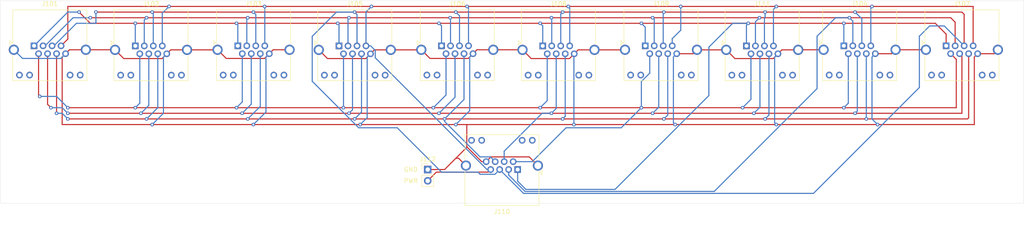
<source format=kicad_pcb>
(kicad_pcb (version 20171130) (host pcbnew "(5.1.10)-1")

  (general
    (thickness 1.6)
    (drawings 8)
    (tracks 450)
    (zones 0)
    (modules 12)
    (nets 53)
  )

  (page A4)
  (layers
    (0 F.Cu signal)
    (31 B.Cu signal)
    (32 B.Adhes user)
    (33 F.Adhes user)
    (34 B.Paste user)
    (35 F.Paste user)
    (36 B.SilkS user)
    (37 F.SilkS user)
    (38 B.Mask user)
    (39 F.Mask user)
    (40 Dwgs.User user)
    (41 Cmts.User user)
    (42 Eco1.User user)
    (43 Eco2.User user)
    (44 Edge.Cuts user)
    (45 Margin user)
    (46 B.CrtYd user)
    (47 F.CrtYd user)
    (48 B.Fab user)
    (49 F.Fab user)
  )

  (setup
    (last_trace_width 0.25)
    (trace_clearance 0.2)
    (zone_clearance 0.508)
    (zone_45_only no)
    (trace_min 0.2)
    (via_size 0.8)
    (via_drill 0.4)
    (via_min_size 0.4)
    (via_min_drill 0.3)
    (uvia_size 0.3)
    (uvia_drill 0.1)
    (uvias_allowed no)
    (uvia_min_size 0.2)
    (uvia_min_drill 0.1)
    (edge_width 0.05)
    (segment_width 0.2)
    (pcb_text_width 0.3)
    (pcb_text_size 1.5 1.5)
    (mod_edge_width 0.12)
    (mod_text_size 1 1)
    (mod_text_width 0.15)
    (pad_size 1.524 1.524)
    (pad_drill 0.762)
    (pad_to_mask_clearance 0)
    (aux_axis_origin 0 0)
    (visible_elements 7FFFFFFF)
    (pcbplotparams
      (layerselection 0x010fc_ffffffff)
      (usegerberextensions false)
      (usegerberattributes true)
      (usegerberadvancedattributes true)
      (creategerberjobfile true)
      (excludeedgelayer true)
      (linewidth 0.100000)
      (plotframeref false)
      (viasonmask false)
      (mode 1)
      (useauxorigin false)
      (hpglpennumber 1)
      (hpglpenspeed 20)
      (hpglpendiameter 15.000000)
      (psnegative false)
      (psa4output false)
      (plotreference true)
      (plotvalue true)
      (plotinvisibletext false)
      (padsonsilk false)
      (subtractmaskfromsilk false)
      (outputformat 1)
      (mirror false)
      (drillshape 0)
      (scaleselection 1)
      (outputdirectory "../../../../../Desktop/Splitter files/"))
  )

  (net 0 "")
  (net 1 "Net-(J101-Pad12)")
  (net 2 "Net-(J101-Pad11)")
  (net 3 "Net-(J101-Pad10)")
  (net 4 "Net-(J101-Pad9)")
  (net 5 8)
  (net 6 6)
  (net 7 4)
  (net 8 2)
  (net 9 7)
  (net 10 5)
  (net 11 3)
  (net 12 1)
  (net 13 "Net-(J102-Pad12)")
  (net 14 "Net-(J102-Pad11)")
  (net 15 "Net-(J102-Pad10)")
  (net 16 "Net-(J102-Pad9)")
  (net 17 "Net-(J103-Pad12)")
  (net 18 "Net-(J103-Pad11)")
  (net 19 "Net-(J103-Pad10)")
  (net 20 "Net-(J103-Pad9)")
  (net 21 "Net-(J104-Pad12)")
  (net 22 "Net-(J104-Pad11)")
  (net 23 "Net-(J104-Pad10)")
  (net 24 "Net-(J104-Pad9)")
  (net 25 "Net-(J105-Pad12)")
  (net 26 "Net-(J105-Pad11)")
  (net 27 "Net-(J105-Pad10)")
  (net 28 "Net-(J105-Pad9)")
  (net 29 "Net-(J106-Pad12)")
  (net 30 "Net-(J106-Pad11)")
  (net 31 "Net-(J106-Pad10)")
  (net 32 "Net-(J106-Pad9)")
  (net 33 "Net-(J107-Pad12)")
  (net 34 "Net-(J107-Pad11)")
  (net 35 "Net-(J107-Pad10)")
  (net 36 "Net-(J107-Pad9)")
  (net 37 "Net-(J108-Pad12)")
  (net 38 "Net-(J108-Pad11)")
  (net 39 "Net-(J108-Pad10)")
  (net 40 "Net-(J108-Pad9)")
  (net 41 "Net-(J109-Pad12)")
  (net 42 "Net-(J109-Pad11)")
  (net 43 "Net-(J109-Pad10)")
  (net 44 "Net-(J109-Pad9)")
  (net 45 "Net-(J110-Pad12)")
  (net 46 "Net-(J110-Pad11)")
  (net 47 "Net-(J110-Pad10)")
  (net 48 "Net-(J110-Pad9)")
  (net 49 "Net-(J111-Pad12)")
  (net 50 "Net-(J111-Pad11)")
  (net 51 "Net-(J111-Pad10)")
  (net 52 "Net-(J111-Pad9)")

  (net_class Default "This is the default net class."
    (clearance 0.2)
    (trace_width 0.25)
    (via_dia 0.8)
    (via_drill 0.4)
    (uvia_dia 0.3)
    (uvia_drill 0.1)
    (add_net 1)
    (add_net 2)
    (add_net 3)
    (add_net 4)
    (add_net 5)
    (add_net 6)
    (add_net 7)
    (add_net 8)
    (add_net "Net-(J101-Pad10)")
    (add_net "Net-(J101-Pad11)")
    (add_net "Net-(J101-Pad12)")
    (add_net "Net-(J101-Pad9)")
    (add_net "Net-(J102-Pad10)")
    (add_net "Net-(J102-Pad11)")
    (add_net "Net-(J102-Pad12)")
    (add_net "Net-(J102-Pad9)")
    (add_net "Net-(J103-Pad10)")
    (add_net "Net-(J103-Pad11)")
    (add_net "Net-(J103-Pad12)")
    (add_net "Net-(J103-Pad9)")
    (add_net "Net-(J104-Pad10)")
    (add_net "Net-(J104-Pad11)")
    (add_net "Net-(J104-Pad12)")
    (add_net "Net-(J104-Pad9)")
    (add_net "Net-(J105-Pad10)")
    (add_net "Net-(J105-Pad11)")
    (add_net "Net-(J105-Pad12)")
    (add_net "Net-(J105-Pad9)")
    (add_net "Net-(J106-Pad10)")
    (add_net "Net-(J106-Pad11)")
    (add_net "Net-(J106-Pad12)")
    (add_net "Net-(J106-Pad9)")
    (add_net "Net-(J107-Pad10)")
    (add_net "Net-(J107-Pad11)")
    (add_net "Net-(J107-Pad12)")
    (add_net "Net-(J107-Pad9)")
    (add_net "Net-(J108-Pad10)")
    (add_net "Net-(J108-Pad11)")
    (add_net "Net-(J108-Pad12)")
    (add_net "Net-(J108-Pad9)")
    (add_net "Net-(J109-Pad10)")
    (add_net "Net-(J109-Pad11)")
    (add_net "Net-(J109-Pad12)")
    (add_net "Net-(J109-Pad9)")
    (add_net "Net-(J110-Pad10)")
    (add_net "Net-(J110-Pad11)")
    (add_net "Net-(J110-Pad12)")
    (add_net "Net-(J110-Pad9)")
    (add_net "Net-(J111-Pad10)")
    (add_net "Net-(J111-Pad11)")
    (add_net "Net-(J111-Pad12)")
    (add_net "Net-(J111-Pad9)")
  )

  (module Connector_PinHeader_2.54mm:PinHeader_1x02_P2.54mm_Vertical (layer F.Cu) (tedit 59FED5CC) (tstamp 61B801E1)
    (at 134.62 106.68)
    (descr "Through hole straight pin header, 1x02, 2.54mm pitch, single row")
    (tags "Through hole pin header THT 1x02 2.54mm single row")
    (path /61BD1850)
    (fp_text reference J112 (at 0 -2.33) (layer F.SilkS)
      (effects (font (size 1 1) (thickness 0.15)))
    )
    (fp_text value Conn_01x02_Male (at 0 4.87) (layer F.Fab)
      (effects (font (size 1 1) (thickness 0.15)))
    )
    (fp_line (start 1.8 -1.8) (end -1.8 -1.8) (layer F.CrtYd) (width 0.05))
    (fp_line (start 1.8 4.35) (end 1.8 -1.8) (layer F.CrtYd) (width 0.05))
    (fp_line (start -1.8 4.35) (end 1.8 4.35) (layer F.CrtYd) (width 0.05))
    (fp_line (start -1.8 -1.8) (end -1.8 4.35) (layer F.CrtYd) (width 0.05))
    (fp_line (start -1.33 -1.33) (end 0 -1.33) (layer F.SilkS) (width 0.12))
    (fp_line (start -1.33 0) (end -1.33 -1.33) (layer F.SilkS) (width 0.12))
    (fp_line (start -1.33 1.27) (end 1.33 1.27) (layer F.SilkS) (width 0.12))
    (fp_line (start 1.33 1.27) (end 1.33 3.87) (layer F.SilkS) (width 0.12))
    (fp_line (start -1.33 1.27) (end -1.33 3.87) (layer F.SilkS) (width 0.12))
    (fp_line (start -1.33 3.87) (end 1.33 3.87) (layer F.SilkS) (width 0.12))
    (fp_line (start -1.27 -0.635) (end -0.635 -1.27) (layer F.Fab) (width 0.1))
    (fp_line (start -1.27 3.81) (end -1.27 -0.635) (layer F.Fab) (width 0.1))
    (fp_line (start 1.27 3.81) (end -1.27 3.81) (layer F.Fab) (width 0.1))
    (fp_line (start 1.27 -1.27) (end 1.27 3.81) (layer F.Fab) (width 0.1))
    (fp_line (start -0.635 -1.27) (end 1.27 -1.27) (layer F.Fab) (width 0.1))
    (fp_text user %R (at 0 1.27 90) (layer F.Fab)
      (effects (font (size 1 1) (thickness 0.15)))
    )
    (pad 2 thru_hole oval (at 0 2.54) (size 1.7 1.7) (drill 1) (layers *.Cu *.Mask)
      (net 9 7))
    (pad 1 thru_hole rect (at 0 0) (size 1.7 1.7) (drill 1) (layers *.Cu *.Mask)
      (net 5 8))
    (model ${KISYS3DMOD}/Connector_PinHeader_2.54mm.3dshapes/PinHeader_1x02_P2.54mm_Vertical.wrl
      (at (xyz 0 0 0))
      (scale (xyz 1 1 1))
      (rotate (xyz 0 0 0))
    )
  )

  (module Connector_RJ:RJ45_Amphenol_RJHSE538X (layer F.Cu) (tedit 5DC089DA) (tstamp 61B801CB)
    (at 206.61 78.76)
    (descr "Shielded, 2 LED, https://www.amphenolcanada.com/ProductSearch/drawings/AC/RJHSE538X.pdf")
    (tags "RJ45 8p8c ethernet cat5")
    (path /61B928E0)
    (fp_text reference J111 (at 3.56 -9.5) (layer F.SilkS)
      (effects (font (size 1 1) (thickness 0.15)))
    )
    (fp_text value RJ45_LED_Shielded (at 3.56 9.5) (layer F.Fab)
      (effects (font (size 1 1) (thickness 0.15)))
    )
    (fp_line (start -5.5 -1.2) (end -5 -0.7) (layer F.SilkS) (width 0.12))
    (fp_line (start -5.5 -0.2) (end -5.5 -1.2) (layer F.SilkS) (width 0.12))
    (fp_line (start -5 -0.7) (end -5.5 -0.2) (layer F.SilkS) (width 0.12))
    (fp_line (start 13.34 -8.5) (end 13.34 8.25) (layer F.CrtYd) (width 0.05))
    (fp_line (start -6.22 8.25) (end 13.34 8.25) (layer F.CrtYd) (width 0.05))
    (fp_line (start -6.22 -8.5) (end -6.22 8.25) (layer F.CrtYd) (width 0.05))
    (fp_line (start -6.22 -8.5) (end 13.34 -8.5) (layer F.CrtYd) (width 0.05))
    (fp_line (start -4.695 -7) (end -3.695 -8) (layer F.Fab) (width 0.1))
    (fp_line (start 11.925 7.86) (end 11.925 2.3) (layer F.SilkS) (width 0.12))
    (fp_line (start -4.805 7.86) (end -4.805 2.3) (layer F.SilkS) (width 0.12))
    (fp_line (start -4.805 7.86) (end 11.925 7.86) (layer F.SilkS) (width 0.12))
    (fp_line (start 11.925 -8.11) (end 11.925 -0.5) (layer F.SilkS) (width 0.12))
    (fp_line (start -4.805 -8.11) (end -4.805 -0.5) (layer F.SilkS) (width 0.12))
    (fp_line (start -4.805 -8.11) (end 11.925 -8.11) (layer F.SilkS) (width 0.12))
    (fp_line (start 11.815 -8) (end 11.815 7.75) (layer F.Fab) (width 0.1))
    (fp_line (start -3.695 -8) (end 11.815 -8) (layer F.Fab) (width 0.1))
    (fp_line (start -4.695 7.75) (end 11.815 7.75) (layer F.Fab) (width 0.1))
    (fp_line (start -4.695 -7) (end -4.695 7.75) (layer F.Fab) (width 0.1))
    (fp_text user %R (at 3.56 -6) (layer F.Fab)
      (effects (font (size 1 1) (thickness 0.15)))
    )
    (pad 12 thru_hole circle (at 10.42 6.6) (size 1.5 1.5) (drill 0.89) (layers *.Cu *.Mask)
      (net 49 "Net-(J111-Pad12)"))
    (pad 11 thru_hole circle (at 8.13 6.6) (size 1.5 1.5) (drill 0.89) (layers *.Cu *.Mask)
      (net 50 "Net-(J111-Pad11)"))
    (pad 10 thru_hole circle (at -1.01 6.6) (size 1.5 1.5) (drill 0.89) (layers *.Cu *.Mask)
      (net 51 "Net-(J111-Pad10)"))
    (pad 9 thru_hole circle (at -3.3 6.6) (size 1.5 1.5) (drill 0.89) (layers *.Cu *.Mask)
      (net 52 "Net-(J111-Pad9)"))
    (pad SH thru_hole circle (at -4.57 0.89) (size 2.3 2.3) (drill 1.57) (layers *.Cu *.Mask)
      (net 5 8))
    (pad SH thru_hole circle (at 11.69 0.89) (size 2.3 2.3) (drill 1.57) (layers *.Cu *.Mask)
      (net 5 8))
    (pad "" np_thru_hole circle (at 9.91 -2.54) (size 3.25 3.25) (drill 3.25) (layers *.Cu *.Mask))
    (pad "" np_thru_hole circle (at -2.79 -2.54) (size 3.25 3.25) (drill 3.25) (layers *.Cu *.Mask))
    (pad 8 thru_hole circle (at 7.112 1.78) (size 1.5 1.5) (drill 0.89) (layers *.Cu *.Mask)
      (net 5 8))
    (pad 6 thru_hole circle (at 5.08 1.78) (size 1.5 1.5) (drill 0.89) (layers *.Cu *.Mask)
      (net 6 6))
    (pad 4 thru_hole circle (at 3.048 1.78) (size 1.5 1.5) (drill 0.89) (layers *.Cu *.Mask)
      (net 7 4))
    (pad 2 thru_hole circle (at 1.016 1.78) (size 1.5 1.5) (drill 0.89) (layers *.Cu *.Mask)
      (net 8 2))
    (pad 7 thru_hole circle (at 6.096 0) (size 1.5 1.5) (drill 0.89) (layers *.Cu *.Mask)
      (net 9 7))
    (pad 5 thru_hole circle (at 4.064 0) (size 1.5 1.5) (drill 0.89) (layers *.Cu *.Mask)
      (net 10 5))
    (pad 3 thru_hole circle (at 2.032 0) (size 1.5 1.5) (drill 0.89) (layers *.Cu *.Mask)
      (net 11 3))
    (pad 1 thru_hole rect (at 0 0) (size 1.5 1.5) (drill 0.89) (layers *.Cu *.Mask)
      (net 12 1))
    (model ${KISYS3DMOD}/Connector_RJ.3dshapes/RJ45_Amphenol_RJHSE538X.wrl
      (at (xyz 0 0 0))
      (scale (xyz 1 1 1))
      (rotate (xyz 0 0 0))
    )
  )

  (module Connector_RJ:RJ45_Amphenol_RJHSE538X (layer F.Cu) (tedit 5DC089DA) (tstamp 61B801A4)
    (at 154.94 106.68 180)
    (descr "Shielded, 2 LED, https://www.amphenolcanada.com/ProductSearch/drawings/AC/RJHSE538X.pdf")
    (tags "RJ45 8p8c ethernet cat5")
    (path /61B92B32)
    (fp_text reference J110 (at 3.56 -9.5) (layer F.SilkS)
      (effects (font (size 1 1) (thickness 0.15)))
    )
    (fp_text value RJ45_LED_Shielded (at 3.56 9.5) (layer F.Fab)
      (effects (font (size 1 1) (thickness 0.15)))
    )
    (fp_line (start -5.5 -1.2) (end -5 -0.7) (layer F.SilkS) (width 0.12))
    (fp_line (start -5.5 -0.2) (end -5.5 -1.2) (layer F.SilkS) (width 0.12))
    (fp_line (start -5 -0.7) (end -5.5 -0.2) (layer F.SilkS) (width 0.12))
    (fp_line (start 13.34 -8.5) (end 13.34 8.25) (layer F.CrtYd) (width 0.05))
    (fp_line (start -6.22 8.25) (end 13.34 8.25) (layer F.CrtYd) (width 0.05))
    (fp_line (start -6.22 -8.5) (end -6.22 8.25) (layer F.CrtYd) (width 0.05))
    (fp_line (start -6.22 -8.5) (end 13.34 -8.5) (layer F.CrtYd) (width 0.05))
    (fp_line (start -4.695 -7) (end -3.695 -8) (layer F.Fab) (width 0.1))
    (fp_line (start 11.925 7.86) (end 11.925 2.3) (layer F.SilkS) (width 0.12))
    (fp_line (start -4.805 7.86) (end -4.805 2.3) (layer F.SilkS) (width 0.12))
    (fp_line (start -4.805 7.86) (end 11.925 7.86) (layer F.SilkS) (width 0.12))
    (fp_line (start 11.925 -8.11) (end 11.925 -0.5) (layer F.SilkS) (width 0.12))
    (fp_line (start -4.805 -8.11) (end -4.805 -0.5) (layer F.SilkS) (width 0.12))
    (fp_line (start -4.805 -8.11) (end 11.925 -8.11) (layer F.SilkS) (width 0.12))
    (fp_line (start 11.815 -8) (end 11.815 7.75) (layer F.Fab) (width 0.1))
    (fp_line (start -3.695 -8) (end 11.815 -8) (layer F.Fab) (width 0.1))
    (fp_line (start -4.695 7.75) (end 11.815 7.75) (layer F.Fab) (width 0.1))
    (fp_line (start -4.695 -7) (end -4.695 7.75) (layer F.Fab) (width 0.1))
    (fp_text user %R (at 3.56 -6) (layer F.Fab)
      (effects (font (size 1 1) (thickness 0.15)))
    )
    (pad 12 thru_hole circle (at 10.42 6.6 180) (size 1.5 1.5) (drill 0.89) (layers *.Cu *.Mask)
      (net 45 "Net-(J110-Pad12)"))
    (pad 11 thru_hole circle (at 8.13 6.6 180) (size 1.5 1.5) (drill 0.89) (layers *.Cu *.Mask)
      (net 46 "Net-(J110-Pad11)"))
    (pad 10 thru_hole circle (at -1.01 6.6 180) (size 1.5 1.5) (drill 0.89) (layers *.Cu *.Mask)
      (net 47 "Net-(J110-Pad10)"))
    (pad 9 thru_hole circle (at -3.3 6.6 180) (size 1.5 1.5) (drill 0.89) (layers *.Cu *.Mask)
      (net 48 "Net-(J110-Pad9)"))
    (pad SH thru_hole circle (at -4.57 0.89 180) (size 2.3 2.3) (drill 1.57) (layers *.Cu *.Mask)
      (net 5 8))
    (pad SH thru_hole circle (at 11.69 0.89 180) (size 2.3 2.3) (drill 1.57) (layers *.Cu *.Mask)
      (net 5 8))
    (pad "" np_thru_hole circle (at 9.91 -2.54 180) (size 3.25 3.25) (drill 3.25) (layers *.Cu *.Mask))
    (pad "" np_thru_hole circle (at -2.79 -2.54 180) (size 3.25 3.25) (drill 3.25) (layers *.Cu *.Mask))
    (pad 8 thru_hole circle (at 7.112 1.78 180) (size 1.5 1.5) (drill 0.89) (layers *.Cu *.Mask)
      (net 5 8))
    (pad 6 thru_hole circle (at 5.08 1.78 180) (size 1.5 1.5) (drill 0.89) (layers *.Cu *.Mask)
      (net 6 6))
    (pad 4 thru_hole circle (at 3.048 1.78 180) (size 1.5 1.5) (drill 0.89) (layers *.Cu *.Mask)
      (net 7 4))
    (pad 2 thru_hole circle (at 1.016 1.78 180) (size 1.5 1.5) (drill 0.89) (layers *.Cu *.Mask)
      (net 8 2))
    (pad 7 thru_hole circle (at 6.096 0 180) (size 1.5 1.5) (drill 0.89) (layers *.Cu *.Mask)
      (net 9 7))
    (pad 5 thru_hole circle (at 4.064 0 180) (size 1.5 1.5) (drill 0.89) (layers *.Cu *.Mask)
      (net 10 5))
    (pad 3 thru_hole circle (at 2.032 0 180) (size 1.5 1.5) (drill 0.89) (layers *.Cu *.Mask)
      (net 11 3))
    (pad 1 thru_hole rect (at 0 0 180) (size 1.5 1.5) (drill 0.89) (layers *.Cu *.Mask)
      (net 12 1))
    (model ${KISYS3DMOD}/Connector_RJ.3dshapes/RJ45_Amphenol_RJHSE538X.wrl
      (at (xyz 0 0 0))
      (scale (xyz 1 1 1))
      (rotate (xyz 0 0 0))
    )
  )

  (module Connector_RJ:RJ45_Amphenol_RJHSE538X (layer F.Cu) (tedit 5DC089DA) (tstamp 61B8017D)
    (at 183.75 78.74)
    (descr "Shielded, 2 LED, https://www.amphenolcanada.com/ProductSearch/drawings/AC/RJHSE538X.pdf")
    (tags "RJ45 8p8c ethernet cat5")
    (path /61B92B3C)
    (fp_text reference J109 (at 3.56 -9.5) (layer F.SilkS)
      (effects (font (size 1 1) (thickness 0.15)))
    )
    (fp_text value RJ45_LED_Shielded (at 3.56 9.5) (layer F.Fab)
      (effects (font (size 1 1) (thickness 0.15)))
    )
    (fp_line (start -5.5 -1.2) (end -5 -0.7) (layer F.SilkS) (width 0.12))
    (fp_line (start -5.5 -0.2) (end -5.5 -1.2) (layer F.SilkS) (width 0.12))
    (fp_line (start -5 -0.7) (end -5.5 -0.2) (layer F.SilkS) (width 0.12))
    (fp_line (start 13.34 -8.5) (end 13.34 8.25) (layer F.CrtYd) (width 0.05))
    (fp_line (start -6.22 8.25) (end 13.34 8.25) (layer F.CrtYd) (width 0.05))
    (fp_line (start -6.22 -8.5) (end -6.22 8.25) (layer F.CrtYd) (width 0.05))
    (fp_line (start -6.22 -8.5) (end 13.34 -8.5) (layer F.CrtYd) (width 0.05))
    (fp_line (start -4.695 -7) (end -3.695 -8) (layer F.Fab) (width 0.1))
    (fp_line (start 11.925 7.86) (end 11.925 2.3) (layer F.SilkS) (width 0.12))
    (fp_line (start -4.805 7.86) (end -4.805 2.3) (layer F.SilkS) (width 0.12))
    (fp_line (start -4.805 7.86) (end 11.925 7.86) (layer F.SilkS) (width 0.12))
    (fp_line (start 11.925 -8.11) (end 11.925 -0.5) (layer F.SilkS) (width 0.12))
    (fp_line (start -4.805 -8.11) (end -4.805 -0.5) (layer F.SilkS) (width 0.12))
    (fp_line (start -4.805 -8.11) (end 11.925 -8.11) (layer F.SilkS) (width 0.12))
    (fp_line (start 11.815 -8) (end 11.815 7.75) (layer F.Fab) (width 0.1))
    (fp_line (start -3.695 -8) (end 11.815 -8) (layer F.Fab) (width 0.1))
    (fp_line (start -4.695 7.75) (end 11.815 7.75) (layer F.Fab) (width 0.1))
    (fp_line (start -4.695 -7) (end -4.695 7.75) (layer F.Fab) (width 0.1))
    (fp_text user %R (at 3.56 -6) (layer F.Fab)
      (effects (font (size 1 1) (thickness 0.15)))
    )
    (pad 12 thru_hole circle (at 10.42 6.6) (size 1.5 1.5) (drill 0.89) (layers *.Cu *.Mask)
      (net 41 "Net-(J109-Pad12)"))
    (pad 11 thru_hole circle (at 8.13 6.6) (size 1.5 1.5) (drill 0.89) (layers *.Cu *.Mask)
      (net 42 "Net-(J109-Pad11)"))
    (pad 10 thru_hole circle (at -1.01 6.6) (size 1.5 1.5) (drill 0.89) (layers *.Cu *.Mask)
      (net 43 "Net-(J109-Pad10)"))
    (pad 9 thru_hole circle (at -3.3 6.6) (size 1.5 1.5) (drill 0.89) (layers *.Cu *.Mask)
      (net 44 "Net-(J109-Pad9)"))
    (pad SH thru_hole circle (at -4.57 0.89) (size 2.3 2.3) (drill 1.57) (layers *.Cu *.Mask)
      (net 5 8))
    (pad SH thru_hole circle (at 11.69 0.89) (size 2.3 2.3) (drill 1.57) (layers *.Cu *.Mask)
      (net 5 8))
    (pad "" np_thru_hole circle (at 9.91 -2.54) (size 3.25 3.25) (drill 3.25) (layers *.Cu *.Mask))
    (pad "" np_thru_hole circle (at -2.79 -2.54) (size 3.25 3.25) (drill 3.25) (layers *.Cu *.Mask))
    (pad 8 thru_hole circle (at 7.112 1.78) (size 1.5 1.5) (drill 0.89) (layers *.Cu *.Mask)
      (net 5 8))
    (pad 6 thru_hole circle (at 5.08 1.78) (size 1.5 1.5) (drill 0.89) (layers *.Cu *.Mask)
      (net 6 6))
    (pad 4 thru_hole circle (at 3.048 1.78) (size 1.5 1.5) (drill 0.89) (layers *.Cu *.Mask)
      (net 7 4))
    (pad 2 thru_hole circle (at 1.016 1.78) (size 1.5 1.5) (drill 0.89) (layers *.Cu *.Mask)
      (net 8 2))
    (pad 7 thru_hole circle (at 6.096 0) (size 1.5 1.5) (drill 0.89) (layers *.Cu *.Mask)
      (net 9 7))
    (pad 5 thru_hole circle (at 4.064 0) (size 1.5 1.5) (drill 0.89) (layers *.Cu *.Mask)
      (net 10 5))
    (pad 3 thru_hole circle (at 2.032 0) (size 1.5 1.5) (drill 0.89) (layers *.Cu *.Mask)
      (net 11 3))
    (pad 1 thru_hole rect (at 0 0) (size 1.5 1.5) (drill 0.89) (layers *.Cu *.Mask)
      (net 12 1))
    (model ${KISYS3DMOD}/Connector_RJ.3dshapes/RJ45_Amphenol_RJHSE538X.wrl
      (at (xyz 0 0 0))
      (scale (xyz 1 1 1))
      (rotate (xyz 0 0 0))
    )
  )

  (module Connector_RJ:RJ45_Amphenol_RJHSE538X (layer F.Cu) (tedit 5DC089DA) (tstamp 61B80156)
    (at 160.6 78.76)
    (descr "Shielded, 2 LED, https://www.amphenolcanada.com/ProductSearch/drawings/AC/RJHSE538X.pdf")
    (tags "RJ45 8p8c ethernet cat5")
    (path /61B92B46)
    (fp_text reference J108 (at 3.56 -9.5) (layer F.SilkS)
      (effects (font (size 1 1) (thickness 0.15)))
    )
    (fp_text value RJ45_LED_Shielded (at 3.56 9.5) (layer F.Fab)
      (effects (font (size 1 1) (thickness 0.15)))
    )
    (fp_line (start -5.5 -1.2) (end -5 -0.7) (layer F.SilkS) (width 0.12))
    (fp_line (start -5.5 -0.2) (end -5.5 -1.2) (layer F.SilkS) (width 0.12))
    (fp_line (start -5 -0.7) (end -5.5 -0.2) (layer F.SilkS) (width 0.12))
    (fp_line (start 13.34 -8.5) (end 13.34 8.25) (layer F.CrtYd) (width 0.05))
    (fp_line (start -6.22 8.25) (end 13.34 8.25) (layer F.CrtYd) (width 0.05))
    (fp_line (start -6.22 -8.5) (end -6.22 8.25) (layer F.CrtYd) (width 0.05))
    (fp_line (start -6.22 -8.5) (end 13.34 -8.5) (layer F.CrtYd) (width 0.05))
    (fp_line (start -4.695 -7) (end -3.695 -8) (layer F.Fab) (width 0.1))
    (fp_line (start 11.925 7.86) (end 11.925 2.3) (layer F.SilkS) (width 0.12))
    (fp_line (start -4.805 7.86) (end -4.805 2.3) (layer F.SilkS) (width 0.12))
    (fp_line (start -4.805 7.86) (end 11.925 7.86) (layer F.SilkS) (width 0.12))
    (fp_line (start 11.925 -8.11) (end 11.925 -0.5) (layer F.SilkS) (width 0.12))
    (fp_line (start -4.805 -8.11) (end -4.805 -0.5) (layer F.SilkS) (width 0.12))
    (fp_line (start -4.805 -8.11) (end 11.925 -8.11) (layer F.SilkS) (width 0.12))
    (fp_line (start 11.815 -8) (end 11.815 7.75) (layer F.Fab) (width 0.1))
    (fp_line (start -3.695 -8) (end 11.815 -8) (layer F.Fab) (width 0.1))
    (fp_line (start -4.695 7.75) (end 11.815 7.75) (layer F.Fab) (width 0.1))
    (fp_line (start -4.695 -7) (end -4.695 7.75) (layer F.Fab) (width 0.1))
    (fp_text user %R (at 3.56 -6) (layer F.Fab)
      (effects (font (size 1 1) (thickness 0.15)))
    )
    (pad 12 thru_hole circle (at 10.42 6.6) (size 1.5 1.5) (drill 0.89) (layers *.Cu *.Mask)
      (net 37 "Net-(J108-Pad12)"))
    (pad 11 thru_hole circle (at 8.13 6.6) (size 1.5 1.5) (drill 0.89) (layers *.Cu *.Mask)
      (net 38 "Net-(J108-Pad11)"))
    (pad 10 thru_hole circle (at -1.01 6.6) (size 1.5 1.5) (drill 0.89) (layers *.Cu *.Mask)
      (net 39 "Net-(J108-Pad10)"))
    (pad 9 thru_hole circle (at -3.3 6.6) (size 1.5 1.5) (drill 0.89) (layers *.Cu *.Mask)
      (net 40 "Net-(J108-Pad9)"))
    (pad SH thru_hole circle (at -4.57 0.89) (size 2.3 2.3) (drill 1.57) (layers *.Cu *.Mask)
      (net 5 8))
    (pad SH thru_hole circle (at 11.69 0.89) (size 2.3 2.3) (drill 1.57) (layers *.Cu *.Mask)
      (net 5 8))
    (pad "" np_thru_hole circle (at 9.91 -2.54) (size 3.25 3.25) (drill 3.25) (layers *.Cu *.Mask))
    (pad "" np_thru_hole circle (at -2.79 -2.54) (size 3.25 3.25) (drill 3.25) (layers *.Cu *.Mask))
    (pad 8 thru_hole circle (at 7.112 1.78) (size 1.5 1.5) (drill 0.89) (layers *.Cu *.Mask)
      (net 5 8))
    (pad 6 thru_hole circle (at 5.08 1.78) (size 1.5 1.5) (drill 0.89) (layers *.Cu *.Mask)
      (net 6 6))
    (pad 4 thru_hole circle (at 3.048 1.78) (size 1.5 1.5) (drill 0.89) (layers *.Cu *.Mask)
      (net 7 4))
    (pad 2 thru_hole circle (at 1.016 1.78) (size 1.5 1.5) (drill 0.89) (layers *.Cu *.Mask)
      (net 8 2))
    (pad 7 thru_hole circle (at 6.096 0) (size 1.5 1.5) (drill 0.89) (layers *.Cu *.Mask)
      (net 9 7))
    (pad 5 thru_hole circle (at 4.064 0) (size 1.5 1.5) (drill 0.89) (layers *.Cu *.Mask)
      (net 10 5))
    (pad 3 thru_hole circle (at 2.032 0) (size 1.5 1.5) (drill 0.89) (layers *.Cu *.Mask)
      (net 11 3))
    (pad 1 thru_hole rect (at 0 0) (size 1.5 1.5) (drill 0.89) (layers *.Cu *.Mask)
      (net 12 1))
    (model ${KISYS3DMOD}/Connector_RJ.3dshapes/RJ45_Amphenol_RJHSE538X.wrl
      (at (xyz 0 0 0))
      (scale (xyz 1 1 1))
      (rotate (xyz 0 0 0))
    )
  )

  (module Connector_RJ:RJ45_Amphenol_RJHSE538X (layer F.Cu) (tedit 5DC089DA) (tstamp 61B8012F)
    (at 251.71 78.74)
    (descr "Shielded, 2 LED, https://www.amphenolcanada.com/ProductSearch/drawings/AC/RJHSE538X.pdf")
    (tags "RJ45 8p8c ethernet cat5")
    (path /61B92B50)
    (fp_text reference J107 (at 3.56 -9.5) (layer F.SilkS)
      (effects (font (size 1 1) (thickness 0.15)))
    )
    (fp_text value RJ45_LED_Shielded (at 3.56 9.5) (layer F.Fab)
      (effects (font (size 1 1) (thickness 0.15)))
    )
    (fp_line (start -5.5 -1.2) (end -5 -0.7) (layer F.SilkS) (width 0.12))
    (fp_line (start -5.5 -0.2) (end -5.5 -1.2) (layer F.SilkS) (width 0.12))
    (fp_line (start -5 -0.7) (end -5.5 -0.2) (layer F.SilkS) (width 0.12))
    (fp_line (start 13.34 -8.5) (end 13.34 8.25) (layer F.CrtYd) (width 0.05))
    (fp_line (start -6.22 8.25) (end 13.34 8.25) (layer F.CrtYd) (width 0.05))
    (fp_line (start -6.22 -8.5) (end -6.22 8.25) (layer F.CrtYd) (width 0.05))
    (fp_line (start -6.22 -8.5) (end 13.34 -8.5) (layer F.CrtYd) (width 0.05))
    (fp_line (start -4.695 -7) (end -3.695 -8) (layer F.Fab) (width 0.1))
    (fp_line (start 11.925 7.86) (end 11.925 2.3) (layer F.SilkS) (width 0.12))
    (fp_line (start -4.805 7.86) (end -4.805 2.3) (layer F.SilkS) (width 0.12))
    (fp_line (start -4.805 7.86) (end 11.925 7.86) (layer F.SilkS) (width 0.12))
    (fp_line (start 11.925 -8.11) (end 11.925 -0.5) (layer F.SilkS) (width 0.12))
    (fp_line (start -4.805 -8.11) (end -4.805 -0.5) (layer F.SilkS) (width 0.12))
    (fp_line (start -4.805 -8.11) (end 11.925 -8.11) (layer F.SilkS) (width 0.12))
    (fp_line (start 11.815 -8) (end 11.815 7.75) (layer F.Fab) (width 0.1))
    (fp_line (start -3.695 -8) (end 11.815 -8) (layer F.Fab) (width 0.1))
    (fp_line (start -4.695 7.75) (end 11.815 7.75) (layer F.Fab) (width 0.1))
    (fp_line (start -4.695 -7) (end -4.695 7.75) (layer F.Fab) (width 0.1))
    (fp_text user %R (at 3.56 -6) (layer F.Fab)
      (effects (font (size 1 1) (thickness 0.15)))
    )
    (pad 12 thru_hole circle (at 10.42 6.6) (size 1.5 1.5) (drill 0.89) (layers *.Cu *.Mask)
      (net 33 "Net-(J107-Pad12)"))
    (pad 11 thru_hole circle (at 8.13 6.6) (size 1.5 1.5) (drill 0.89) (layers *.Cu *.Mask)
      (net 34 "Net-(J107-Pad11)"))
    (pad 10 thru_hole circle (at -1.01 6.6) (size 1.5 1.5) (drill 0.89) (layers *.Cu *.Mask)
      (net 35 "Net-(J107-Pad10)"))
    (pad 9 thru_hole circle (at -3.3 6.6) (size 1.5 1.5) (drill 0.89) (layers *.Cu *.Mask)
      (net 36 "Net-(J107-Pad9)"))
    (pad SH thru_hole circle (at -4.57 0.89) (size 2.3 2.3) (drill 1.57) (layers *.Cu *.Mask)
      (net 5 8))
    (pad SH thru_hole circle (at 11.69 0.89) (size 2.3 2.3) (drill 1.57) (layers *.Cu *.Mask)
      (net 5 8))
    (pad "" np_thru_hole circle (at 9.91 -2.54) (size 3.25 3.25) (drill 3.25) (layers *.Cu *.Mask))
    (pad "" np_thru_hole circle (at -2.79 -2.54) (size 3.25 3.25) (drill 3.25) (layers *.Cu *.Mask))
    (pad 8 thru_hole circle (at 7.112 1.78) (size 1.5 1.5) (drill 0.89) (layers *.Cu *.Mask)
      (net 5 8))
    (pad 6 thru_hole circle (at 5.08 1.78) (size 1.5 1.5) (drill 0.89) (layers *.Cu *.Mask)
      (net 6 6))
    (pad 4 thru_hole circle (at 3.048 1.78) (size 1.5 1.5) (drill 0.89) (layers *.Cu *.Mask)
      (net 7 4))
    (pad 2 thru_hole circle (at 1.016 1.78) (size 1.5 1.5) (drill 0.89) (layers *.Cu *.Mask)
      (net 8 2))
    (pad 7 thru_hole circle (at 6.096 0) (size 1.5 1.5) (drill 0.89) (layers *.Cu *.Mask)
      (net 9 7))
    (pad 5 thru_hole circle (at 4.064 0) (size 1.5 1.5) (drill 0.89) (layers *.Cu *.Mask)
      (net 10 5))
    (pad 3 thru_hole circle (at 2.032 0) (size 1.5 1.5) (drill 0.89) (layers *.Cu *.Mask)
      (net 11 3))
    (pad 1 thru_hole rect (at 0 0) (size 1.5 1.5) (drill 0.89) (layers *.Cu *.Mask)
      (net 12 1))
    (model ${KISYS3DMOD}/Connector_RJ.3dshapes/RJ45_Amphenol_RJHSE538X.wrl
      (at (xyz 0 0 0))
      (scale (xyz 1 1 1))
      (rotate (xyz 0 0 0))
    )
  )

  (module Connector_RJ:RJ45_Amphenol_RJHSE538X (layer F.Cu) (tedit 5DC089DA) (tstamp 61B80108)
    (at 137.74 78.74)
    (descr "Shielded, 2 LED, https://www.amphenolcanada.com/ProductSearch/drawings/AC/RJHSE538X.pdf")
    (tags "RJ45 8p8c ethernet cat5")
    (path /61B9B0ED)
    (fp_text reference J106 (at 3.56 -9.5) (layer F.SilkS)
      (effects (font (size 1 1) (thickness 0.15)))
    )
    (fp_text value RJ45_LED_Shielded (at 3.56 9.5) (layer F.Fab)
      (effects (font (size 1 1) (thickness 0.15)))
    )
    (fp_line (start -5.5 -1.2) (end -5 -0.7) (layer F.SilkS) (width 0.12))
    (fp_line (start -5.5 -0.2) (end -5.5 -1.2) (layer F.SilkS) (width 0.12))
    (fp_line (start -5 -0.7) (end -5.5 -0.2) (layer F.SilkS) (width 0.12))
    (fp_line (start 13.34 -8.5) (end 13.34 8.25) (layer F.CrtYd) (width 0.05))
    (fp_line (start -6.22 8.25) (end 13.34 8.25) (layer F.CrtYd) (width 0.05))
    (fp_line (start -6.22 -8.5) (end -6.22 8.25) (layer F.CrtYd) (width 0.05))
    (fp_line (start -6.22 -8.5) (end 13.34 -8.5) (layer F.CrtYd) (width 0.05))
    (fp_line (start -4.695 -7) (end -3.695 -8) (layer F.Fab) (width 0.1))
    (fp_line (start 11.925 7.86) (end 11.925 2.3) (layer F.SilkS) (width 0.12))
    (fp_line (start -4.805 7.86) (end -4.805 2.3) (layer F.SilkS) (width 0.12))
    (fp_line (start -4.805 7.86) (end 11.925 7.86) (layer F.SilkS) (width 0.12))
    (fp_line (start 11.925 -8.11) (end 11.925 -0.5) (layer F.SilkS) (width 0.12))
    (fp_line (start -4.805 -8.11) (end -4.805 -0.5) (layer F.SilkS) (width 0.12))
    (fp_line (start -4.805 -8.11) (end 11.925 -8.11) (layer F.SilkS) (width 0.12))
    (fp_line (start 11.815 -8) (end 11.815 7.75) (layer F.Fab) (width 0.1))
    (fp_line (start -3.695 -8) (end 11.815 -8) (layer F.Fab) (width 0.1))
    (fp_line (start -4.695 7.75) (end 11.815 7.75) (layer F.Fab) (width 0.1))
    (fp_line (start -4.695 -7) (end -4.695 7.75) (layer F.Fab) (width 0.1))
    (fp_text user %R (at 3.56 -6) (layer F.Fab)
      (effects (font (size 1 1) (thickness 0.15)))
    )
    (pad 12 thru_hole circle (at 10.42 6.6) (size 1.5 1.5) (drill 0.89) (layers *.Cu *.Mask)
      (net 29 "Net-(J106-Pad12)"))
    (pad 11 thru_hole circle (at 8.13 6.6) (size 1.5 1.5) (drill 0.89) (layers *.Cu *.Mask)
      (net 30 "Net-(J106-Pad11)"))
    (pad 10 thru_hole circle (at -1.01 6.6) (size 1.5 1.5) (drill 0.89) (layers *.Cu *.Mask)
      (net 31 "Net-(J106-Pad10)"))
    (pad 9 thru_hole circle (at -3.3 6.6) (size 1.5 1.5) (drill 0.89) (layers *.Cu *.Mask)
      (net 32 "Net-(J106-Pad9)"))
    (pad SH thru_hole circle (at -4.57 0.89) (size 2.3 2.3) (drill 1.57) (layers *.Cu *.Mask)
      (net 5 8))
    (pad SH thru_hole circle (at 11.69 0.89) (size 2.3 2.3) (drill 1.57) (layers *.Cu *.Mask)
      (net 5 8))
    (pad "" np_thru_hole circle (at 9.91 -2.54) (size 3.25 3.25) (drill 3.25) (layers *.Cu *.Mask))
    (pad "" np_thru_hole circle (at -2.79 -2.54) (size 3.25 3.25) (drill 3.25) (layers *.Cu *.Mask))
    (pad 8 thru_hole circle (at 7.112 1.78) (size 1.5 1.5) (drill 0.89) (layers *.Cu *.Mask)
      (net 5 8))
    (pad 6 thru_hole circle (at 5.08 1.78) (size 1.5 1.5) (drill 0.89) (layers *.Cu *.Mask)
      (net 6 6))
    (pad 4 thru_hole circle (at 3.048 1.78) (size 1.5 1.5) (drill 0.89) (layers *.Cu *.Mask)
      (net 7 4))
    (pad 2 thru_hole circle (at 1.016 1.78) (size 1.5 1.5) (drill 0.89) (layers *.Cu *.Mask)
      (net 8 2))
    (pad 7 thru_hole circle (at 6.096 0) (size 1.5 1.5) (drill 0.89) (layers *.Cu *.Mask)
      (net 9 7))
    (pad 5 thru_hole circle (at 4.064 0) (size 1.5 1.5) (drill 0.89) (layers *.Cu *.Mask)
      (net 10 5))
    (pad 3 thru_hole circle (at 2.032 0) (size 1.5 1.5) (drill 0.89) (layers *.Cu *.Mask)
      (net 11 3))
    (pad 1 thru_hole rect (at 0 0) (size 1.5 1.5) (drill 0.89) (layers *.Cu *.Mask)
      (net 12 1))
    (model ${KISYS3DMOD}/Connector_RJ.3dshapes/RJ45_Amphenol_RJHSE538X.wrl
      (at (xyz 0 0 0))
      (scale (xyz 1 1 1))
      (rotate (xyz 0 0 0))
    )
  )

  (module Connector_RJ:RJ45_Amphenol_RJHSE538X (layer F.Cu) (tedit 5DC089DA) (tstamp 61B800E1)
    (at 114.59 78.76)
    (descr "Shielded, 2 LED, https://www.amphenolcanada.com/ProductSearch/drawings/AC/RJHSE538X.pdf")
    (tags "RJ45 8p8c ethernet cat5")
    (path /61B86B63)
    (fp_text reference J105 (at 3.56 -9.5) (layer F.SilkS)
      (effects (font (size 1 1) (thickness 0.15)))
    )
    (fp_text value RJ45_LED_Shielded (at 3.56 9.5) (layer F.Fab)
      (effects (font (size 1 1) (thickness 0.15)))
    )
    (fp_line (start -5.5 -1.2) (end -5 -0.7) (layer F.SilkS) (width 0.12))
    (fp_line (start -5.5 -0.2) (end -5.5 -1.2) (layer F.SilkS) (width 0.12))
    (fp_line (start -5 -0.7) (end -5.5 -0.2) (layer F.SilkS) (width 0.12))
    (fp_line (start 13.34 -8.5) (end 13.34 8.25) (layer F.CrtYd) (width 0.05))
    (fp_line (start -6.22 8.25) (end 13.34 8.25) (layer F.CrtYd) (width 0.05))
    (fp_line (start -6.22 -8.5) (end -6.22 8.25) (layer F.CrtYd) (width 0.05))
    (fp_line (start -6.22 -8.5) (end 13.34 -8.5) (layer F.CrtYd) (width 0.05))
    (fp_line (start -4.695 -7) (end -3.695 -8) (layer F.Fab) (width 0.1))
    (fp_line (start 11.925 7.86) (end 11.925 2.3) (layer F.SilkS) (width 0.12))
    (fp_line (start -4.805 7.86) (end -4.805 2.3) (layer F.SilkS) (width 0.12))
    (fp_line (start -4.805 7.86) (end 11.925 7.86) (layer F.SilkS) (width 0.12))
    (fp_line (start 11.925 -8.11) (end 11.925 -0.5) (layer F.SilkS) (width 0.12))
    (fp_line (start -4.805 -8.11) (end -4.805 -0.5) (layer F.SilkS) (width 0.12))
    (fp_line (start -4.805 -8.11) (end 11.925 -8.11) (layer F.SilkS) (width 0.12))
    (fp_line (start 11.815 -8) (end 11.815 7.75) (layer F.Fab) (width 0.1))
    (fp_line (start -3.695 -8) (end 11.815 -8) (layer F.Fab) (width 0.1))
    (fp_line (start -4.695 7.75) (end 11.815 7.75) (layer F.Fab) (width 0.1))
    (fp_line (start -4.695 -7) (end -4.695 7.75) (layer F.Fab) (width 0.1))
    (fp_text user %R (at 3.56 -6) (layer F.Fab)
      (effects (font (size 1 1) (thickness 0.15)))
    )
    (pad 12 thru_hole circle (at 10.42 6.6) (size 1.5 1.5) (drill 0.89) (layers *.Cu *.Mask)
      (net 25 "Net-(J105-Pad12)"))
    (pad 11 thru_hole circle (at 8.13 6.6) (size 1.5 1.5) (drill 0.89) (layers *.Cu *.Mask)
      (net 26 "Net-(J105-Pad11)"))
    (pad 10 thru_hole circle (at -1.01 6.6) (size 1.5 1.5) (drill 0.89) (layers *.Cu *.Mask)
      (net 27 "Net-(J105-Pad10)"))
    (pad 9 thru_hole circle (at -3.3 6.6) (size 1.5 1.5) (drill 0.89) (layers *.Cu *.Mask)
      (net 28 "Net-(J105-Pad9)"))
    (pad SH thru_hole circle (at -4.57 0.89) (size 2.3 2.3) (drill 1.57) (layers *.Cu *.Mask)
      (net 5 8))
    (pad SH thru_hole circle (at 11.69 0.89) (size 2.3 2.3) (drill 1.57) (layers *.Cu *.Mask)
      (net 5 8))
    (pad "" np_thru_hole circle (at 9.91 -2.54) (size 3.25 3.25) (drill 3.25) (layers *.Cu *.Mask))
    (pad "" np_thru_hole circle (at -2.79 -2.54) (size 3.25 3.25) (drill 3.25) (layers *.Cu *.Mask))
    (pad 8 thru_hole circle (at 7.112 1.78) (size 1.5 1.5) (drill 0.89) (layers *.Cu *.Mask)
      (net 5 8))
    (pad 6 thru_hole circle (at 5.08 1.78) (size 1.5 1.5) (drill 0.89) (layers *.Cu *.Mask)
      (net 6 6))
    (pad 4 thru_hole circle (at 3.048 1.78) (size 1.5 1.5) (drill 0.89) (layers *.Cu *.Mask)
      (net 7 4))
    (pad 2 thru_hole circle (at 1.016 1.78) (size 1.5 1.5) (drill 0.89) (layers *.Cu *.Mask)
      (net 8 2))
    (pad 7 thru_hole circle (at 6.096 0) (size 1.5 1.5) (drill 0.89) (layers *.Cu *.Mask)
      (net 9 7))
    (pad 5 thru_hole circle (at 4.064 0) (size 1.5 1.5) (drill 0.89) (layers *.Cu *.Mask)
      (net 10 5))
    (pad 3 thru_hole circle (at 2.032 0) (size 1.5 1.5) (drill 0.89) (layers *.Cu *.Mask)
      (net 11 3))
    (pad 1 thru_hole rect (at 0 0) (size 1.5 1.5) (drill 0.89) (layers *.Cu *.Mask)
      (net 12 1))
    (model ${KISYS3DMOD}/Connector_RJ.3dshapes/RJ45_Amphenol_RJHSE538X.wrl
      (at (xyz 0 0 0))
      (scale (xyz 1 1 1))
      (rotate (xyz 0 0 0))
    )
  )

  (module Connector_RJ:RJ45_Amphenol_RJHSE538X (layer F.Cu) (tedit 5DC089DA) (tstamp 61B800BA)
    (at 228.6 78.74)
    (descr "Shielded, 2 LED, https://www.amphenolcanada.com/ProductSearch/drawings/AC/RJHSE538X.pdf")
    (tags "RJ45 8p8c ethernet cat5")
    (path /61B851DF)
    (fp_text reference J104 (at 3.56 -9.5) (layer F.SilkS)
      (effects (font (size 1 1) (thickness 0.15)))
    )
    (fp_text value RJ45_LED_Shielded (at 3.56 9.5) (layer F.Fab)
      (effects (font (size 1 1) (thickness 0.15)))
    )
    (fp_line (start -5.5 -1.2) (end -5 -0.7) (layer F.SilkS) (width 0.12))
    (fp_line (start -5.5 -0.2) (end -5.5 -1.2) (layer F.SilkS) (width 0.12))
    (fp_line (start -5 -0.7) (end -5.5 -0.2) (layer F.SilkS) (width 0.12))
    (fp_line (start 13.34 -8.5) (end 13.34 8.25) (layer F.CrtYd) (width 0.05))
    (fp_line (start -6.22 8.25) (end 13.34 8.25) (layer F.CrtYd) (width 0.05))
    (fp_line (start -6.22 -8.5) (end -6.22 8.25) (layer F.CrtYd) (width 0.05))
    (fp_line (start -6.22 -8.5) (end 13.34 -8.5) (layer F.CrtYd) (width 0.05))
    (fp_line (start -4.695 -7) (end -3.695 -8) (layer F.Fab) (width 0.1))
    (fp_line (start 11.925 7.86) (end 11.925 2.3) (layer F.SilkS) (width 0.12))
    (fp_line (start -4.805 7.86) (end -4.805 2.3) (layer F.SilkS) (width 0.12))
    (fp_line (start -4.805 7.86) (end 11.925 7.86) (layer F.SilkS) (width 0.12))
    (fp_line (start 11.925 -8.11) (end 11.925 -0.5) (layer F.SilkS) (width 0.12))
    (fp_line (start -4.805 -8.11) (end -4.805 -0.5) (layer F.SilkS) (width 0.12))
    (fp_line (start -4.805 -8.11) (end 11.925 -8.11) (layer F.SilkS) (width 0.12))
    (fp_line (start 11.815 -8) (end 11.815 7.75) (layer F.Fab) (width 0.1))
    (fp_line (start -3.695 -8) (end 11.815 -8) (layer F.Fab) (width 0.1))
    (fp_line (start -4.695 7.75) (end 11.815 7.75) (layer F.Fab) (width 0.1))
    (fp_line (start -4.695 -7) (end -4.695 7.75) (layer F.Fab) (width 0.1))
    (fp_text user %R (at 3.56 -6) (layer F.Fab)
      (effects (font (size 1 1) (thickness 0.15)))
    )
    (pad 12 thru_hole circle (at 10.42 6.6) (size 1.5 1.5) (drill 0.89) (layers *.Cu *.Mask)
      (net 21 "Net-(J104-Pad12)"))
    (pad 11 thru_hole circle (at 8.13 6.6) (size 1.5 1.5) (drill 0.89) (layers *.Cu *.Mask)
      (net 22 "Net-(J104-Pad11)"))
    (pad 10 thru_hole circle (at -1.01 6.6) (size 1.5 1.5) (drill 0.89) (layers *.Cu *.Mask)
      (net 23 "Net-(J104-Pad10)"))
    (pad 9 thru_hole circle (at -3.3 6.6) (size 1.5 1.5) (drill 0.89) (layers *.Cu *.Mask)
      (net 24 "Net-(J104-Pad9)"))
    (pad SH thru_hole circle (at -4.57 0.89) (size 2.3 2.3) (drill 1.57) (layers *.Cu *.Mask)
      (net 5 8))
    (pad SH thru_hole circle (at 11.69 0.89) (size 2.3 2.3) (drill 1.57) (layers *.Cu *.Mask)
      (net 5 8))
    (pad "" np_thru_hole circle (at 9.91 -2.54) (size 3.25 3.25) (drill 3.25) (layers *.Cu *.Mask))
    (pad "" np_thru_hole circle (at -2.79 -2.54) (size 3.25 3.25) (drill 3.25) (layers *.Cu *.Mask))
    (pad 8 thru_hole circle (at 7.112 1.78) (size 1.5 1.5) (drill 0.89) (layers *.Cu *.Mask)
      (net 5 8))
    (pad 6 thru_hole circle (at 5.08 1.78) (size 1.5 1.5) (drill 0.89) (layers *.Cu *.Mask)
      (net 6 6))
    (pad 4 thru_hole circle (at 3.048 1.78) (size 1.5 1.5) (drill 0.89) (layers *.Cu *.Mask)
      (net 7 4))
    (pad 2 thru_hole circle (at 1.016 1.78) (size 1.5 1.5) (drill 0.89) (layers *.Cu *.Mask)
      (net 8 2))
    (pad 7 thru_hole circle (at 6.096 0) (size 1.5 1.5) (drill 0.89) (layers *.Cu *.Mask)
      (net 9 7))
    (pad 5 thru_hole circle (at 4.064 0) (size 1.5 1.5) (drill 0.89) (layers *.Cu *.Mask)
      (net 10 5))
    (pad 3 thru_hole circle (at 2.032 0) (size 1.5 1.5) (drill 0.89) (layers *.Cu *.Mask)
      (net 11 3))
    (pad 1 thru_hole rect (at 0 0) (size 1.5 1.5) (drill 0.89) (layers *.Cu *.Mask)
      (net 12 1))
    (model ${KISYS3DMOD}/Connector_RJ.3dshapes/RJ45_Amphenol_RJHSE538X.wrl
      (at (xyz 0 0 0))
      (scale (xyz 1 1 1))
      (rotate (xyz 0 0 0))
    )
  )

  (module Connector_RJ:RJ45_Amphenol_RJHSE538X (layer F.Cu) (tedit 5DC089DA) (tstamp 61B80093)
    (at 91.73 78.74)
    (descr "Shielded, 2 LED, https://www.amphenolcanada.com/ProductSearch/drawings/AC/RJHSE538X.pdf")
    (tags "RJ45 8p8c ethernet cat5")
    (path /61B83C61)
    (fp_text reference J103 (at 3.56 -9.5) (layer F.SilkS)
      (effects (font (size 1 1) (thickness 0.15)))
    )
    (fp_text value RJ45_LED_Shielded (at 3.56 9.5) (layer F.Fab)
      (effects (font (size 1 1) (thickness 0.15)))
    )
    (fp_line (start -5.5 -1.2) (end -5 -0.7) (layer F.SilkS) (width 0.12))
    (fp_line (start -5.5 -0.2) (end -5.5 -1.2) (layer F.SilkS) (width 0.12))
    (fp_line (start -5 -0.7) (end -5.5 -0.2) (layer F.SilkS) (width 0.12))
    (fp_line (start 13.34 -8.5) (end 13.34 8.25) (layer F.CrtYd) (width 0.05))
    (fp_line (start -6.22 8.25) (end 13.34 8.25) (layer F.CrtYd) (width 0.05))
    (fp_line (start -6.22 -8.5) (end -6.22 8.25) (layer F.CrtYd) (width 0.05))
    (fp_line (start -6.22 -8.5) (end 13.34 -8.5) (layer F.CrtYd) (width 0.05))
    (fp_line (start -4.695 -7) (end -3.695 -8) (layer F.Fab) (width 0.1))
    (fp_line (start 11.925 7.86) (end 11.925 2.3) (layer F.SilkS) (width 0.12))
    (fp_line (start -4.805 7.86) (end -4.805 2.3) (layer F.SilkS) (width 0.12))
    (fp_line (start -4.805 7.86) (end 11.925 7.86) (layer F.SilkS) (width 0.12))
    (fp_line (start 11.925 -8.11) (end 11.925 -0.5) (layer F.SilkS) (width 0.12))
    (fp_line (start -4.805 -8.11) (end -4.805 -0.5) (layer F.SilkS) (width 0.12))
    (fp_line (start -4.805 -8.11) (end 11.925 -8.11) (layer F.SilkS) (width 0.12))
    (fp_line (start 11.815 -8) (end 11.815 7.75) (layer F.Fab) (width 0.1))
    (fp_line (start -3.695 -8) (end 11.815 -8) (layer F.Fab) (width 0.1))
    (fp_line (start -4.695 7.75) (end 11.815 7.75) (layer F.Fab) (width 0.1))
    (fp_line (start -4.695 -7) (end -4.695 7.75) (layer F.Fab) (width 0.1))
    (fp_text user %R (at 3.56 -6) (layer F.Fab)
      (effects (font (size 1 1) (thickness 0.15)))
    )
    (pad 12 thru_hole circle (at 10.42 6.6) (size 1.5 1.5) (drill 0.89) (layers *.Cu *.Mask)
      (net 17 "Net-(J103-Pad12)"))
    (pad 11 thru_hole circle (at 8.13 6.6) (size 1.5 1.5) (drill 0.89) (layers *.Cu *.Mask)
      (net 18 "Net-(J103-Pad11)"))
    (pad 10 thru_hole circle (at -1.01 6.6) (size 1.5 1.5) (drill 0.89) (layers *.Cu *.Mask)
      (net 19 "Net-(J103-Pad10)"))
    (pad 9 thru_hole circle (at -3.3 6.6) (size 1.5 1.5) (drill 0.89) (layers *.Cu *.Mask)
      (net 20 "Net-(J103-Pad9)"))
    (pad SH thru_hole circle (at -4.57 0.89) (size 2.3 2.3) (drill 1.57) (layers *.Cu *.Mask)
      (net 5 8))
    (pad SH thru_hole circle (at 11.69 0.89) (size 2.3 2.3) (drill 1.57) (layers *.Cu *.Mask)
      (net 5 8))
    (pad "" np_thru_hole circle (at 9.91 -2.54) (size 3.25 3.25) (drill 3.25) (layers *.Cu *.Mask))
    (pad "" np_thru_hole circle (at -2.79 -2.54) (size 3.25 3.25) (drill 3.25) (layers *.Cu *.Mask))
    (pad 8 thru_hole circle (at 7.112 1.78) (size 1.5 1.5) (drill 0.89) (layers *.Cu *.Mask)
      (net 5 8))
    (pad 6 thru_hole circle (at 5.08 1.78) (size 1.5 1.5) (drill 0.89) (layers *.Cu *.Mask)
      (net 6 6))
    (pad 4 thru_hole circle (at 3.048 1.78) (size 1.5 1.5) (drill 0.89) (layers *.Cu *.Mask)
      (net 7 4))
    (pad 2 thru_hole circle (at 1.016 1.78) (size 1.5 1.5) (drill 0.89) (layers *.Cu *.Mask)
      (net 8 2))
    (pad 7 thru_hole circle (at 6.096 0) (size 1.5 1.5) (drill 0.89) (layers *.Cu *.Mask)
      (net 9 7))
    (pad 5 thru_hole circle (at 4.064 0) (size 1.5 1.5) (drill 0.89) (layers *.Cu *.Mask)
      (net 10 5))
    (pad 3 thru_hole circle (at 2.032 0) (size 1.5 1.5) (drill 0.89) (layers *.Cu *.Mask)
      (net 11 3))
    (pad 1 thru_hole rect (at 0 0) (size 1.5 1.5) (drill 0.89) (layers *.Cu *.Mask)
      (net 12 1))
    (model ${KISYS3DMOD}/Connector_RJ.3dshapes/RJ45_Amphenol_RJHSE538X.wrl
      (at (xyz 0 0 0))
      (scale (xyz 1 1 1))
      (rotate (xyz 0 0 0))
    )
  )

  (module Connector_RJ:RJ45_Amphenol_RJHSE538X (layer F.Cu) (tedit 5DC089DA) (tstamp 61B8006C)
    (at 68.58 78.76)
    (descr "Shielded, 2 LED, https://www.amphenolcanada.com/ProductSearch/drawings/AC/RJHSE538X.pdf")
    (tags "RJ45 8p8c ethernet cat5")
    (path /61B82765)
    (fp_text reference J102 (at 3.56 -9.5) (layer F.SilkS)
      (effects (font (size 1 1) (thickness 0.15)))
    )
    (fp_text value RJ45_LED_Shielded (at 3.56 9.5) (layer F.Fab)
      (effects (font (size 1 1) (thickness 0.15)))
    )
    (fp_line (start -5.5 -1.2) (end -5 -0.7) (layer F.SilkS) (width 0.12))
    (fp_line (start -5.5 -0.2) (end -5.5 -1.2) (layer F.SilkS) (width 0.12))
    (fp_line (start -5 -0.7) (end -5.5 -0.2) (layer F.SilkS) (width 0.12))
    (fp_line (start 13.34 -8.5) (end 13.34 8.25) (layer F.CrtYd) (width 0.05))
    (fp_line (start -6.22 8.25) (end 13.34 8.25) (layer F.CrtYd) (width 0.05))
    (fp_line (start -6.22 -8.5) (end -6.22 8.25) (layer F.CrtYd) (width 0.05))
    (fp_line (start -6.22 -8.5) (end 13.34 -8.5) (layer F.CrtYd) (width 0.05))
    (fp_line (start -4.695 -7) (end -3.695 -8) (layer F.Fab) (width 0.1))
    (fp_line (start 11.925 7.86) (end 11.925 2.3) (layer F.SilkS) (width 0.12))
    (fp_line (start -4.805 7.86) (end -4.805 2.3) (layer F.SilkS) (width 0.12))
    (fp_line (start -4.805 7.86) (end 11.925 7.86) (layer F.SilkS) (width 0.12))
    (fp_line (start 11.925 -8.11) (end 11.925 -0.5) (layer F.SilkS) (width 0.12))
    (fp_line (start -4.805 -8.11) (end -4.805 -0.5) (layer F.SilkS) (width 0.12))
    (fp_line (start -4.805 -8.11) (end 11.925 -8.11) (layer F.SilkS) (width 0.12))
    (fp_line (start 11.815 -8) (end 11.815 7.75) (layer F.Fab) (width 0.1))
    (fp_line (start -3.695 -8) (end 11.815 -8) (layer F.Fab) (width 0.1))
    (fp_line (start -4.695 7.75) (end 11.815 7.75) (layer F.Fab) (width 0.1))
    (fp_line (start -4.695 -7) (end -4.695 7.75) (layer F.Fab) (width 0.1))
    (fp_text user %R (at 3.56 -6) (layer F.Fab)
      (effects (font (size 1 1) (thickness 0.15)))
    )
    (pad 12 thru_hole circle (at 10.42 6.6) (size 1.5 1.5) (drill 0.89) (layers *.Cu *.Mask)
      (net 13 "Net-(J102-Pad12)"))
    (pad 11 thru_hole circle (at 8.13 6.6) (size 1.5 1.5) (drill 0.89) (layers *.Cu *.Mask)
      (net 14 "Net-(J102-Pad11)"))
    (pad 10 thru_hole circle (at -1.01 6.6) (size 1.5 1.5) (drill 0.89) (layers *.Cu *.Mask)
      (net 15 "Net-(J102-Pad10)"))
    (pad 9 thru_hole circle (at -3.3 6.6) (size 1.5 1.5) (drill 0.89) (layers *.Cu *.Mask)
      (net 16 "Net-(J102-Pad9)"))
    (pad SH thru_hole circle (at -4.57 0.89) (size 2.3 2.3) (drill 1.57) (layers *.Cu *.Mask)
      (net 5 8))
    (pad SH thru_hole circle (at 11.69 0.89) (size 2.3 2.3) (drill 1.57) (layers *.Cu *.Mask)
      (net 5 8))
    (pad "" np_thru_hole circle (at 9.91 -2.54) (size 3.25 3.25) (drill 3.25) (layers *.Cu *.Mask))
    (pad "" np_thru_hole circle (at -2.79 -2.54) (size 3.25 3.25) (drill 3.25) (layers *.Cu *.Mask))
    (pad 8 thru_hole circle (at 7.112 1.78) (size 1.5 1.5) (drill 0.89) (layers *.Cu *.Mask)
      (net 5 8))
    (pad 6 thru_hole circle (at 5.08 1.78) (size 1.5 1.5) (drill 0.89) (layers *.Cu *.Mask)
      (net 6 6))
    (pad 4 thru_hole circle (at 3.048 1.78) (size 1.5 1.5) (drill 0.89) (layers *.Cu *.Mask)
      (net 7 4))
    (pad 2 thru_hole circle (at 1.016 1.78) (size 1.5 1.5) (drill 0.89) (layers *.Cu *.Mask)
      (net 8 2))
    (pad 7 thru_hole circle (at 6.096 0) (size 1.5 1.5) (drill 0.89) (layers *.Cu *.Mask)
      (net 9 7))
    (pad 5 thru_hole circle (at 4.064 0) (size 1.5 1.5) (drill 0.89) (layers *.Cu *.Mask)
      (net 10 5))
    (pad 3 thru_hole circle (at 2.032 0) (size 1.5 1.5) (drill 0.89) (layers *.Cu *.Mask)
      (net 11 3))
    (pad 1 thru_hole rect (at 0 0) (size 1.5 1.5) (drill 0.89) (layers *.Cu *.Mask)
      (net 12 1))
    (model ${KISYS3DMOD}/Connector_RJ.3dshapes/RJ45_Amphenol_RJHSE538X.wrl
      (at (xyz 0 0 0))
      (scale (xyz 1 1 1))
      (rotate (xyz 0 0 0))
    )
  )

  (module Connector_RJ:RJ45_Amphenol_RJHSE538X (layer F.Cu) (tedit 5DC089DA) (tstamp 61B80045)
    (at 45.72 78.74)
    (descr "Shielded, 2 LED, https://www.amphenolcanada.com/ProductSearch/drawings/AC/RJHSE538X.pdf")
    (tags "RJ45 8p8c ethernet cat5")
    (path /61B8187C)
    (fp_text reference J101 (at 3.56 -9.5) (layer F.SilkS)
      (effects (font (size 1 1) (thickness 0.15)))
    )
    (fp_text value RJ45_LED_Shielded (at 3.56 9.5) (layer F.Fab)
      (effects (font (size 1 1) (thickness 0.15)))
    )
    (fp_line (start -5.5 -1.2) (end -5 -0.7) (layer F.SilkS) (width 0.12))
    (fp_line (start -5.5 -0.2) (end -5.5 -1.2) (layer F.SilkS) (width 0.12))
    (fp_line (start -5 -0.7) (end -5.5 -0.2) (layer F.SilkS) (width 0.12))
    (fp_line (start 13.34 -8.5) (end 13.34 8.25) (layer F.CrtYd) (width 0.05))
    (fp_line (start -6.22 8.25) (end 13.34 8.25) (layer F.CrtYd) (width 0.05))
    (fp_line (start -6.22 -8.5) (end -6.22 8.25) (layer F.CrtYd) (width 0.05))
    (fp_line (start -6.22 -8.5) (end 13.34 -8.5) (layer F.CrtYd) (width 0.05))
    (fp_line (start -4.695 -7) (end -3.695 -8) (layer F.Fab) (width 0.1))
    (fp_line (start 11.925 7.86) (end 11.925 2.3) (layer F.SilkS) (width 0.12))
    (fp_line (start -4.805 7.86) (end -4.805 2.3) (layer F.SilkS) (width 0.12))
    (fp_line (start -4.805 7.86) (end 11.925 7.86) (layer F.SilkS) (width 0.12))
    (fp_line (start 11.925 -8.11) (end 11.925 -0.5) (layer F.SilkS) (width 0.12))
    (fp_line (start -4.805 -8.11) (end -4.805 -0.5) (layer F.SilkS) (width 0.12))
    (fp_line (start -4.805 -8.11) (end 11.925 -8.11) (layer F.SilkS) (width 0.12))
    (fp_line (start 11.815 -8) (end 11.815 7.75) (layer F.Fab) (width 0.1))
    (fp_line (start -3.695 -8) (end 11.815 -8) (layer F.Fab) (width 0.1))
    (fp_line (start -4.695 7.75) (end 11.815 7.75) (layer F.Fab) (width 0.1))
    (fp_line (start -4.695 -7) (end -4.695 7.75) (layer F.Fab) (width 0.1))
    (fp_text user %R (at 3.56 -6) (layer F.Fab)
      (effects (font (size 1 1) (thickness 0.15)))
    )
    (pad 12 thru_hole circle (at 10.42 6.6) (size 1.5 1.5) (drill 0.89) (layers *.Cu *.Mask)
      (net 1 "Net-(J101-Pad12)"))
    (pad 11 thru_hole circle (at 8.13 6.6) (size 1.5 1.5) (drill 0.89) (layers *.Cu *.Mask)
      (net 2 "Net-(J101-Pad11)"))
    (pad 10 thru_hole circle (at -1.01 6.6) (size 1.5 1.5) (drill 0.89) (layers *.Cu *.Mask)
      (net 3 "Net-(J101-Pad10)"))
    (pad 9 thru_hole circle (at -3.3 6.6) (size 1.5 1.5) (drill 0.89) (layers *.Cu *.Mask)
      (net 4 "Net-(J101-Pad9)"))
    (pad SH thru_hole circle (at -4.57 0.89) (size 2.3 2.3) (drill 1.57) (layers *.Cu *.Mask)
      (net 5 8))
    (pad SH thru_hole circle (at 11.69 0.89) (size 2.3 2.3) (drill 1.57) (layers *.Cu *.Mask)
      (net 5 8))
    (pad "" np_thru_hole circle (at 9.91 -2.54) (size 3.25 3.25) (drill 3.25) (layers *.Cu *.Mask))
    (pad "" np_thru_hole circle (at -2.79 -2.54) (size 3.25 3.25) (drill 3.25) (layers *.Cu *.Mask))
    (pad 8 thru_hole circle (at 7.112 1.78) (size 1.5 1.5) (drill 0.89) (layers *.Cu *.Mask)
      (net 5 8))
    (pad 6 thru_hole circle (at 5.08 1.78) (size 1.5 1.5) (drill 0.89) (layers *.Cu *.Mask)
      (net 6 6))
    (pad 4 thru_hole circle (at 3.048 1.78) (size 1.5 1.5) (drill 0.89) (layers *.Cu *.Mask)
      (net 7 4))
    (pad 2 thru_hole circle (at 1.016 1.78) (size 1.5 1.5) (drill 0.89) (layers *.Cu *.Mask)
      (net 8 2))
    (pad 7 thru_hole circle (at 6.096 0) (size 1.5 1.5) (drill 0.89) (layers *.Cu *.Mask)
      (net 9 7))
    (pad 5 thru_hole circle (at 4.064 0) (size 1.5 1.5) (drill 0.89) (layers *.Cu *.Mask)
      (net 10 5))
    (pad 3 thru_hole circle (at 2.032 0) (size 1.5 1.5) (drill 0.89) (layers *.Cu *.Mask)
      (net 11 3))
    (pad 1 thru_hole rect (at 0 0) (size 1.5 1.5) (drill 0.89) (layers *.Cu *.Mask)
      (net 12 1))
    (model ${KISYS3DMOD}/Connector_RJ.3dshapes/RJ45_Amphenol_RJHSE538X.wrl
      (at (xyz 0 0 0))
      (scale (xyz 1 1 1))
      (rotate (xyz 0 0 0))
    )
  )

  (gr_text PWR (at 130.81 109.22) (layer F.SilkS)
    (effects (font (size 1 1) (thickness 0.15)))
  )
  (gr_text GND (at 130.81 106.68) (layer F.SilkS)
    (effects (font (size 1 1) (thickness 0.15)))
  )
  (dimension 231.14 (width 0.15) (layer Dwgs.User)
    (gr_text "231.140 mm" (at 153.67 125.759999) (layer Dwgs.User)
      (effects (font (size 1 1) (thickness 0.15)))
    )
    (feature1 (pts (xy 269.24 114.3) (xy 269.24 125.04642)))
    (feature2 (pts (xy 38.1 114.3) (xy 38.1 125.04642)))
    (crossbar (pts (xy 38.1 124.459999) (xy 269.24 124.459999)))
    (arrow1a (pts (xy 269.24 124.459999) (xy 268.113496 125.04642)))
    (arrow1b (pts (xy 269.24 124.459999) (xy 268.113496 123.873578)))
    (arrow2a (pts (xy 38.1 124.459999) (xy 39.226504 125.04642)))
    (arrow2b (pts (xy 38.1 124.459999) (xy 39.226504 123.873578)))
  )
  (gr_line (start 38.1 114.3) (end 269.24 114.3) (layer Edge.Cuts) (width 0.05) (tstamp 61B814A1))
  (gr_line (start 38.1 109.22) (end 38.1 114.3) (layer Edge.Cuts) (width 0.05))
  (gr_line (start 38.1 68.58) (end 38.1 109.22) (layer Edge.Cuts) (width 0.05))
  (gr_line (start 269.24 68.58) (end 38.1 68.58) (layer Edge.Cuts) (width 0.05) (tstamp 61B810C2))
  (gr_line (start 269.24 114.3) (end 269.24 68.58) (layer Edge.Cuts) (width 0.05))

  (segment (start 143.444999 96.585001) (end 143.444999 101.534999) (width 0.25) (layer F.Cu) (net 5))
  (segment (start 143.51 96.52) (end 143.444999 96.585001) (width 0.25) (layer F.Cu) (net 5))
  (segment (start 146.81 104.9) (end 147.828 104.9) (width 0.25) (layer F.Cu) (net 5))
  (segment (start 143.51 96.52) (end 140.97 96.52) (width 0.25) (layer F.Cu) (net 5))
  (segment (start 52.07 81.282) (end 52.832 80.52) (width 0.25) (layer F.Cu) (net 5))
  (segment (start 52.07 96.52) (end 52.07 81.282) (width 0.25) (layer F.Cu) (net 5))
  (segment (start 258.072001 96.52) (end 236.22 96.52) (width 0.25) (layer F.Cu) (net 5))
  (segment (start 258.072001 81.269999) (end 258.072001 96.52) (width 0.25) (layer F.Cu) (net 5))
  (segment (start 258.822 80.52) (end 258.072001 81.269999) (width 0.25) (layer F.Cu) (net 5))
  (segment (start 236.22 96.52) (end 213.36 96.52) (width 0.25) (layer F.Cu) (net 5) (tstamp 61B8181D))
  (via (at 236.22 96.52) (size 0.8) (drill 0.4) (layers F.Cu B.Cu) (net 5))
  (segment (start 213.36 96.52) (end 190.5 96.52) (width 0.25) (layer F.Cu) (net 5) (tstamp 61B81825))
  (via (at 213.36 96.52) (size 0.8) (drill 0.4) (layers F.Cu B.Cu) (net 5))
  (segment (start 190.5 96.52) (end 167.64 96.52) (width 0.25) (layer F.Cu) (net 5) (tstamp 61B8182D))
  (via (at 190.5 96.52) (size 0.8) (drill 0.4) (layers F.Cu B.Cu) (net 5))
  (segment (start 167.64 96.52) (end 143.51 96.52) (width 0.25) (layer F.Cu) (net 5) (tstamp 61B81835))
  (via (at 167.64 96.52) (size 0.8) (drill 0.4) (layers F.Cu B.Cu) (net 5))
  (segment (start 140.97 96.52) (end 119.38 96.52) (width 0.25) (layer F.Cu) (net 5) (tstamp 61B8183D))
  (via (at 140.97 96.52) (size 0.8) (drill 0.4) (layers F.Cu B.Cu) (net 5))
  (segment (start 119.38 96.52) (end 95.25 96.52) (width 0.25) (layer F.Cu) (net 5) (tstamp 61B81845))
  (via (at 119.38 96.52) (size 0.8) (drill 0.4) (layers F.Cu B.Cu) (net 5))
  (segment (start 95.25 96.52) (end 72.39 96.52) (width 0.25) (layer F.Cu) (net 5) (tstamp 61B8184D))
  (via (at 95.25 96.52) (size 0.8) (drill 0.4) (layers F.Cu B.Cu) (net 5))
  (segment (start 72.39 96.52) (end 52.07 96.52) (width 0.25) (layer F.Cu) (net 5) (tstamp 61B81855))
  (via (at 72.39 96.52) (size 0.8) (drill 0.4) (layers F.Cu B.Cu) (net 5))
  (segment (start 74.942001 93.967999) (end 72.39 96.52) (width 0.25) (layer B.Cu) (net 5))
  (segment (start 74.942001 81.289999) (end 74.942001 93.967999) (width 0.25) (layer B.Cu) (net 5))
  (segment (start 75.692 80.54) (end 74.942001 81.289999) (width 0.25) (layer B.Cu) (net 5))
  (segment (start 98.092001 93.677999) (end 95.25 96.52) (width 0.25) (layer B.Cu) (net 5))
  (segment (start 98.092001 81.269999) (end 98.092001 93.677999) (width 0.25) (layer B.Cu) (net 5))
  (segment (start 98.842 80.52) (end 98.092001 81.269999) (width 0.25) (layer B.Cu) (net 5))
  (segment (start 120.952001 94.947999) (end 119.38 96.52) (width 0.25) (layer B.Cu) (net 5))
  (segment (start 120.952001 81.289999) (end 120.952001 94.947999) (width 0.25) (layer B.Cu) (net 5))
  (segment (start 121.702 80.54) (end 120.952001 81.289999) (width 0.25) (layer B.Cu) (net 5))
  (segment (start 144.102001 81.269999) (end 144.102001 93.387999) (width 0.25) (layer B.Cu) (net 5))
  (segment (start 144.852 80.52) (end 144.102001 81.269999) (width 0.25) (layer B.Cu) (net 5))
  (segment (start 144.102001 93.387999) (end 140.97 96.52) (width 0.25) (layer B.Cu) (net 5))
  (segment (start 167.64 80.612) (end 167.64 96.52) (width 0.25) (layer B.Cu) (net 5))
  (segment (start 167.712 80.54) (end 167.64 80.612) (width 0.25) (layer B.Cu) (net 5))
  (segment (start 190.112001 96.132001) (end 190.5 96.52) (width 0.25) (layer B.Cu) (net 5))
  (segment (start 190.112001 81.269999) (end 190.112001 96.132001) (width 0.25) (layer B.Cu) (net 5))
  (segment (start 190.862 80.52) (end 190.112001 81.269999) (width 0.25) (layer B.Cu) (net 5))
  (segment (start 212.972001 96.132001) (end 213.36 96.52) (width 0.25) (layer B.Cu) (net 5))
  (segment (start 212.972001 81.289999) (end 212.972001 96.132001) (width 0.25) (layer B.Cu) (net 5))
  (segment (start 213.722 80.54) (end 212.972001 81.289999) (width 0.25) (layer B.Cu) (net 5))
  (segment (start 234.962001 81.269999) (end 234.962001 95.262001) (width 0.25) (layer B.Cu) (net 5))
  (segment (start 235.712 80.52) (end 234.962001 81.269999) (width 0.25) (layer B.Cu) (net 5))
  (segment (start 234.962001 95.262001) (end 236.22 96.52) (width 0.25) (layer B.Cu) (net 5))
  (segment (start 134.62 106.68) (end 138.43 106.68) (width 0.25) (layer F.Cu) (net 5))
  (segment (start 143.51 101.6) (end 146.81 104.9) (width 0.25) (layer F.Cu) (net 5))
  (segment (start 143.444999 101.534999) (end 143.51 101.6) (width 0.25) (layer F.Cu) (net 5))
  (segment (start 120.626999 81.615001) (end 121.702 80.54) (width 0.25) (layer F.Cu) (net 5))
  (segment (start 111.985001 81.615001) (end 120.626999 81.615001) (width 0.25) (layer F.Cu) (net 5))
  (segment (start 110.02 79.65) (end 111.985001 81.615001) (width 0.25) (layer F.Cu) (net 5))
  (segment (start 122.592 79.65) (end 121.702 80.54) (width 0.25) (layer F.Cu) (net 5))
  (segment (start 126.28 79.65) (end 122.592 79.65) (width 0.25) (layer F.Cu) (net 5))
  (segment (start 53.722 79.63) (end 52.832 80.52) (width 0.25) (layer F.Cu) (net 5))
  (segment (start 57.41 79.63) (end 53.722 79.63) (width 0.25) (layer F.Cu) (net 5))
  (segment (start 76.582 79.65) (end 75.692 80.54) (width 0.25) (layer F.Cu) (net 5))
  (segment (start 80.27 79.65) (end 76.582 79.65) (width 0.25) (layer F.Cu) (net 5))
  (segment (start 74.616999 81.615001) (end 75.692 80.54) (width 0.25) (layer F.Cu) (net 5))
  (segment (start 65.975001 81.615001) (end 74.616999 81.615001) (width 0.25) (layer F.Cu) (net 5))
  (segment (start 64.01 79.65) (end 65.975001 81.615001) (width 0.25) (layer F.Cu) (net 5))
  (segment (start 63.99 79.63) (end 64.01 79.65) (width 0.25) (layer F.Cu) (net 5))
  (segment (start 57.41 79.63) (end 63.99 79.63) (width 0.25) (layer F.Cu) (net 5))
  (segment (start 87.14 79.65) (end 87.16 79.63) (width 0.25) (layer F.Cu) (net 5))
  (segment (start 80.27 79.65) (end 87.14 79.65) (width 0.25) (layer F.Cu) (net 5))
  (segment (start 99.732 79.63) (end 98.842 80.52) (width 0.25) (layer F.Cu) (net 5))
  (segment (start 103.42 79.63) (end 99.732 79.63) (width 0.25) (layer F.Cu) (net 5))
  (segment (start 97.766999 81.595001) (end 98.842 80.52) (width 0.25) (layer F.Cu) (net 5))
  (segment (start 89.125001 81.595001) (end 97.766999 81.595001) (width 0.25) (layer F.Cu) (net 5))
  (segment (start 87.16 79.63) (end 89.125001 81.595001) (width 0.25) (layer F.Cu) (net 5))
  (segment (start 133.15 79.65) (end 133.17 79.63) (width 0.25) (layer F.Cu) (net 5))
  (segment (start 126.28 79.65) (end 133.15 79.65) (width 0.25) (layer F.Cu) (net 5))
  (segment (start 145.742 79.63) (end 144.852 80.52) (width 0.25) (layer F.Cu) (net 5))
  (segment (start 149.43 79.63) (end 145.742 79.63) (width 0.25) (layer F.Cu) (net 5))
  (segment (start 143.776999 81.595001) (end 144.852 80.52) (width 0.25) (layer F.Cu) (net 5))
  (segment (start 135.135001 81.595001) (end 143.776999 81.595001) (width 0.25) (layer F.Cu) (net 5))
  (segment (start 133.17 79.63) (end 135.135001 81.595001) (width 0.25) (layer F.Cu) (net 5))
  (segment (start 156.01 79.63) (end 156.03 79.65) (width 0.25) (layer F.Cu) (net 5))
  (segment (start 149.43 79.63) (end 156.01 79.63) (width 0.25) (layer F.Cu) (net 5))
  (segment (start 166.636999 81.615001) (end 167.712 80.54) (width 0.25) (layer F.Cu) (net 5))
  (segment (start 157.995001 81.615001) (end 166.636999 81.615001) (width 0.25) (layer F.Cu) (net 5))
  (segment (start 156.03 79.65) (end 157.995001 81.615001) (width 0.25) (layer F.Cu) (net 5))
  (segment (start 168.602 79.65) (end 167.712 80.54) (width 0.25) (layer F.Cu) (net 5))
  (segment (start 172.29 79.65) (end 168.602 79.65) (width 0.25) (layer F.Cu) (net 5))
  (segment (start 179.16 79.65) (end 179.18 79.63) (width 0.25) (layer F.Cu) (net 5))
  (segment (start 172.29 79.65) (end 179.16 79.65) (width 0.25) (layer F.Cu) (net 5))
  (segment (start 194.55 80.52) (end 195.44 79.63) (width 0.25) (layer F.Cu) (net 5))
  (segment (start 190.862 80.52) (end 194.55 80.52) (width 0.25) (layer F.Cu) (net 5))
  (segment (start 195.46 79.65) (end 195.44 79.63) (width 0.25) (layer F.Cu) (net 5))
  (segment (start 202.04 79.65) (end 195.46 79.65) (width 0.25) (layer F.Cu) (net 5))
  (segment (start 214.612 79.65) (end 213.722 80.54) (width 0.25) (layer F.Cu) (net 5))
  (segment (start 218.3 79.65) (end 214.612 79.65) (width 0.25) (layer F.Cu) (net 5))
  (segment (start 212.646999 81.615001) (end 213.722 80.54) (width 0.25) (layer F.Cu) (net 5))
  (segment (start 204.005001 81.615001) (end 212.646999 81.615001) (width 0.25) (layer F.Cu) (net 5))
  (segment (start 202.04 79.65) (end 204.005001 81.615001) (width 0.25) (layer F.Cu) (net 5))
  (segment (start 239.4 80.52) (end 240.29 79.63) (width 0.25) (layer F.Cu) (net 5))
  (segment (start 235.712 80.52) (end 239.4 80.52) (width 0.25) (layer F.Cu) (net 5))
  (segment (start 240.29 79.63) (end 247.14 79.63) (width 0.25) (layer F.Cu) (net 5))
  (segment (start 262.51 80.52) (end 263.4 79.63) (width 0.25) (layer F.Cu) (net 5))
  (segment (start 258.822 80.52) (end 262.51 80.52) (width 0.25) (layer F.Cu) (net 5))
  (segment (start 218.32 79.63) (end 218.3 79.65) (width 0.25) (layer F.Cu) (net 5))
  (segment (start 224.03 79.63) (end 218.32 79.63) (width 0.25) (layer F.Cu) (net 5))
  (segment (start 43.115001 81.595001) (end 41.15 79.63) (width 0.25) (layer B.Cu) (net 5))
  (segment (start 51.756999 81.595001) (end 43.115001 81.595001) (width 0.25) (layer B.Cu) (net 5))
  (segment (start 52.832 80.52) (end 51.756999 81.595001) (width 0.25) (layer B.Cu) (net 5))
  (segment (start 143.25 105.79) (end 141.6 104.14) (width 0.25) (layer F.Cu) (net 5))
  (segment (start 141.6 104.14) (end 140.97 104.14) (width 0.25) (layer F.Cu) (net 5))
  (segment (start 140.97 104.14) (end 143.51 101.6) (width 0.25) (layer F.Cu) (net 5))
  (segment (start 138.43 106.68) (end 140.97 104.14) (width 0.25) (layer F.Cu) (net 5))
  (segment (start 148.903001 103.824999) (end 147.828 104.9) (width 0.25) (layer F.Cu) (net 5))
  (segment (start 157.544999 103.824999) (end 148.903001 103.824999) (width 0.25) (layer F.Cu) (net 5))
  (segment (start 159.51 105.79) (end 157.544999 103.824999) (width 0.25) (layer F.Cu) (net 5))
  (segment (start 256.79 80.52) (end 256.79 95) (width 0.25) (layer F.Cu) (net 6))
  (segment (start 50.8 80.52) (end 50.8 93.98) (width 0.25) (layer F.Cu) (net 6))
  (segment (start 50.8 93.98) (end 50.8 93.98) (width 0.25) (layer F.Cu) (net 6) (tstamp 61B817F5))
  (via (at 50.8 93.98) (size 0.8) (drill 0.4) (layers F.Cu B.Cu) (net 6))
  (segment (start 50.8 93.98) (end 52.07 93.98) (width 0.25) (layer B.Cu) (net 6))
  (segment (start 52.07 93.98) (end 53.34 95.25) (width 0.25) (layer B.Cu) (net 6))
  (segment (start 53.34 95.25) (end 53.34 95.25) (width 0.25) (layer B.Cu) (net 6) (tstamp 61B817F7))
  (via (at 53.34 95.25) (size 0.8) (drill 0.4) (layers F.Cu B.Cu) (net 6))
  (segment (start 256.54 95.25) (end 256.79 95) (width 0.25) (layer F.Cu) (net 6))
  (segment (start 53.34 95.25) (end 71.12 95.25) (width 0.25) (layer F.Cu) (net 6))
  (segment (start 233.68 95.25) (end 256.54 95.25) (width 0.25) (layer F.Cu) (net 6) (tstamp 61B8181B))
  (via (at 233.68 95.25) (size 0.8) (drill 0.4) (layers F.Cu B.Cu) (net 6))
  (segment (start 210.82 95.25) (end 233.68 95.25) (width 0.25) (layer F.Cu) (net 6) (tstamp 61B81823))
  (via (at 210.82 95.25) (size 0.8) (drill 0.4) (layers F.Cu B.Cu) (net 6))
  (segment (start 187.96 95.25) (end 210.82 95.25) (width 0.25) (layer F.Cu) (net 6) (tstamp 61B8182B))
  (via (at 187.96 95.25) (size 0.8) (drill 0.4) (layers F.Cu B.Cu) (net 6))
  (segment (start 165.1 95.25) (end 187.96 95.25) (width 0.25) (layer F.Cu) (net 6) (tstamp 61B81833))
  (via (at 165.1 95.25) (size 0.8) (drill 0.4) (layers F.Cu B.Cu) (net 6))
  (segment (start 138.43 95.25) (end 165.1 95.25) (width 0.25) (layer F.Cu) (net 6) (tstamp 61B8183B))
  (via (at 138.43 95.25) (size 0.8) (drill 0.4) (layers F.Cu B.Cu) (net 6))
  (segment (start 118.11 95.25) (end 138.43 95.25) (width 0.25) (layer F.Cu) (net 6) (tstamp 61B81843))
  (via (at 118.11 95.25) (size 0.8) (drill 0.4) (layers F.Cu B.Cu) (net 6))
  (segment (start 93.98 95.25) (end 118.11 95.25) (width 0.25) (layer F.Cu) (net 6) (tstamp 61B8184B))
  (via (at 93.98 95.25) (size 0.8) (drill 0.4) (layers F.Cu B.Cu) (net 6))
  (segment (start 71.12 95.25) (end 93.98 95.25) (width 0.25) (layer F.Cu) (net 6) (tstamp 61B81853))
  (via (at 71.12 95.25) (size 0.8) (drill 0.4) (layers F.Cu B.Cu) (net 6))
  (segment (start 73.66 80.54) (end 73.66 92.71) (width 0.25) (layer B.Cu) (net 6))
  (segment (start 73.66 92.71) (end 71.12 95.25) (width 0.25) (layer B.Cu) (net 6))
  (segment (start 96.81 92.42) (end 93.98 95.25) (width 0.25) (layer B.Cu) (net 6))
  (segment (start 96.81 80.52) (end 96.81 92.42) (width 0.25) (layer B.Cu) (net 6))
  (segment (start 119.67 93.69) (end 118.11 95.25) (width 0.25) (layer B.Cu) (net 6))
  (segment (start 119.67 80.54) (end 119.67 93.69) (width 0.25) (layer B.Cu) (net 6))
  (segment (start 142.82 90.86) (end 138.43 95.25) (width 0.25) (layer B.Cu) (net 6))
  (segment (start 142.82 80.52) (end 142.82 90.86) (width 0.25) (layer B.Cu) (net 6))
  (segment (start 165.68 94.67) (end 165.1 95.25) (width 0.25) (layer B.Cu) (net 6))
  (segment (start 165.68 80.54) (end 165.68 94.67) (width 0.25) (layer B.Cu) (net 6))
  (segment (start 188.83 94.38) (end 187.96 95.25) (width 0.25) (layer B.Cu) (net 6))
  (segment (start 188.83 80.52) (end 188.83 94.38) (width 0.25) (layer B.Cu) (net 6))
  (segment (start 211.69 94.38) (end 210.82 95.25) (width 0.25) (layer B.Cu) (net 6))
  (segment (start 211.69 80.54) (end 211.69 94.38) (width 0.25) (layer B.Cu) (net 6))
  (segment (start 233.68 80.52) (end 233.68 95.25) (width 0.25) (layer B.Cu) (net 6))
  (segment (start 138.43 95.815685) (end 138.43 95.25) (width 0.25) (layer B.Cu) (net 6))
  (segment (start 146.439314 103.824999) (end 138.43 95.815685) (width 0.25) (layer B.Cu) (net 6))
  (segment (start 148.784999 103.824999) (end 146.439314 103.824999) (width 0.25) (layer B.Cu) (net 6))
  (segment (start 149.86 104.9) (end 148.784999 103.824999) (width 0.25) (layer B.Cu) (net 6))
  (segment (start 48.768 80.52) (end 48.768 91.948) (width 0.25) (layer F.Cu) (net 7))
  (segment (start 48.768 91.948) (end 49.53 92.71) (width 0.25) (layer F.Cu) (net 7))
  (segment (start 49.53 92.71) (end 49.53 92.71) (width 0.25) (layer F.Cu) (net 7) (tstamp 61B817F9))
  (via (at 49.53 92.71) (size 0.8) (drill 0.4) (layers F.Cu B.Cu) (net 7))
  (segment (start 49.53 92.71) (end 52.07 92.71) (width 0.25) (layer B.Cu) (net 7))
  (segment (start 52.07 92.71) (end 53.34 93.98) (width 0.25) (layer B.Cu) (net 7))
  (segment (start 53.34 93.98) (end 53.34 93.98) (width 0.25) (layer B.Cu) (net 7) (tstamp 61B817FB))
  (via (at 53.34 93.98) (size 0.8) (drill 0.4) (layers F.Cu B.Cu) (net 7))
  (segment (start 255.27 81.032) (end 254.758 80.52) (width 0.25) (layer F.Cu) (net 7))
  (segment (start 255.27 93.98) (end 255.27 81.032) (width 0.25) (layer F.Cu) (net 7))
  (segment (start 53.34 93.98) (end 69.85 93.98) (width 0.25) (layer F.Cu) (net 7))
  (segment (start 231.14 93.98) (end 255.27 93.98) (width 0.25) (layer F.Cu) (net 7) (tstamp 61B81819))
  (via (at 231.14 93.98) (size 0.8) (drill 0.4) (layers F.Cu B.Cu) (net 7))
  (segment (start 208.28 93.98) (end 231.14 93.98) (width 0.25) (layer F.Cu) (net 7) (tstamp 61B81821))
  (via (at 208.28 93.98) (size 0.8) (drill 0.4) (layers F.Cu B.Cu) (net 7))
  (segment (start 185.42 93.98) (end 208.28 93.98) (width 0.25) (layer F.Cu) (net 7) (tstamp 61B81829))
  (via (at 185.42 93.98) (size 0.8) (drill 0.4) (layers F.Cu B.Cu) (net 7))
  (segment (start 162.56 93.98) (end 185.42 93.98) (width 0.25) (layer F.Cu) (net 7) (tstamp 61B81831))
  (via (at 162.56 93.98) (size 0.8) (drill 0.4) (layers F.Cu B.Cu) (net 7))
  (segment (start 137.16 93.98) (end 162.56 93.98) (width 0.25) (layer F.Cu) (net 7) (tstamp 61B81839))
  (via (at 137.16 93.98) (size 0.8) (drill 0.4) (layers F.Cu B.Cu) (net 7))
  (segment (start 116.84 93.98) (end 137.16 93.98) (width 0.25) (layer F.Cu) (net 7) (tstamp 61B81841))
  (via (at 116.84 93.98) (size 0.8) (drill 0.4) (layers F.Cu B.Cu) (net 7))
  (segment (start 92.71 93.98) (end 116.84 93.98) (width 0.25) (layer F.Cu) (net 7) (tstamp 61B81849))
  (via (at 92.71 93.98) (size 0.8) (drill 0.4) (layers F.Cu B.Cu) (net 7))
  (segment (start 69.85 93.98) (end 92.71 93.98) (width 0.25) (layer F.Cu) (net 7) (tstamp 61B81851))
  (via (at 69.85 93.98) (size 0.8) (drill 0.4) (layers F.Cu B.Cu) (net 7))
  (segment (start 71.628 92.202) (end 69.85 93.98) (width 0.25) (layer B.Cu) (net 7))
  (segment (start 71.628 80.54) (end 71.628 92.202) (width 0.25) (layer B.Cu) (net 7))
  (segment (start 94.778 91.912) (end 92.71 93.98) (width 0.25) (layer B.Cu) (net 7))
  (segment (start 94.778 80.52) (end 94.778 91.912) (width 0.25) (layer B.Cu) (net 7))
  (segment (start 117.638 93.182) (end 116.84 93.98) (width 0.25) (layer B.Cu) (net 7))
  (segment (start 117.638 80.54) (end 117.638 93.182) (width 0.25) (layer B.Cu) (net 7))
  (segment (start 140.788 90.352) (end 137.16 93.98) (width 0.25) (layer B.Cu) (net 7))
  (segment (start 140.788 80.52) (end 140.788 90.352) (width 0.25) (layer B.Cu) (net 7))
  (segment (start 163.648 92.892) (end 162.56 93.98) (width 0.25) (layer B.Cu) (net 7))
  (segment (start 163.648 80.54) (end 163.648 92.892) (width 0.25) (layer B.Cu) (net 7))
  (segment (start 186.798 80.52) (end 186.798 92.602) (width 0.25) (layer B.Cu) (net 7))
  (segment (start 186.798 92.602) (end 185.42 93.98) (width 0.25) (layer B.Cu) (net 7))
  (segment (start 209.658 92.602) (end 208.28 93.98) (width 0.25) (layer B.Cu) (net 7))
  (segment (start 209.658 80.54) (end 209.658 92.602) (width 0.25) (layer B.Cu) (net 7))
  (segment (start 231.648 93.472) (end 231.14 93.98) (width 0.25) (layer B.Cu) (net 7))
  (segment (start 231.648 80.52) (end 231.648 93.472) (width 0.25) (layer B.Cu) (net 7))
  (segment (start 160.458998 93.98) (end 162.56 93.98) (width 0.25) (layer B.Cu) (net 7))
  (segment (start 151.892 102.546998) (end 160.458998 93.98) (width 0.25) (layer B.Cu) (net 7))
  (segment (start 151.892 104.9) (end 151.892 102.546998) (width 0.25) (layer B.Cu) (net 7))
  (segment (start 46.736 80.52) (end 46.736 89.916) (width 0.25) (layer F.Cu) (net 8))
  (segment (start 46.736 89.916) (end 46.99 90.17) (width 0.25) (layer F.Cu) (net 8))
  (segment (start 46.99 90.17) (end 46.99 90.17) (width 0.25) (layer F.Cu) (net 8) (tstamp 61B817FD))
  (via (at 46.99 90.17) (size 0.8) (drill 0.4) (layers F.Cu B.Cu) (net 8))
  (segment (start 46.99 90.17) (end 50.8 90.17) (width 0.25) (layer B.Cu) (net 8))
  (segment (start 50.8 90.17) (end 53.34 92.71) (width 0.25) (layer B.Cu) (net 8))
  (segment (start 53.34 92.71) (end 53.34 92.71) (width 0.25) (layer B.Cu) (net 8) (tstamp 61B817FF))
  (via (at 53.34 92.71) (size 0.8) (drill 0.4) (layers F.Cu B.Cu) (net 8))
  (segment (start 53.34 92.71) (end 68.58 92.71) (width 0.25) (layer F.Cu) (net 8))
  (segment (start 254 81.794) (end 252.726 80.52) (width 0.25) (layer F.Cu) (net 8))
  (segment (start 254 92.71) (end 254 81.794) (width 0.25) (layer F.Cu) (net 8))
  (segment (start 228.6 92.71) (end 254 92.71) (width 0.25) (layer F.Cu) (net 8) (tstamp 61B81817))
  (via (at 228.6 92.71) (size 0.8) (drill 0.4) (layers F.Cu B.Cu) (net 8))
  (segment (start 205.74 92.71) (end 228.6 92.71) (width 0.25) (layer F.Cu) (net 8) (tstamp 61B8181F))
  (via (at 205.74 92.71) (size 0.8) (drill 0.4) (layers F.Cu B.Cu) (net 8))
  (segment (start 182.88 92.71) (end 205.74 92.71) (width 0.25) (layer F.Cu) (net 8) (tstamp 61B81827))
  (via (at 182.88 92.71) (size 0.8) (drill 0.4) (layers F.Cu B.Cu) (net 8))
  (segment (start 160.02 92.71) (end 182.88 92.71) (width 0.25) (layer F.Cu) (net 8) (tstamp 61B8182F))
  (via (at 160.02 92.71) (size 0.8) (drill 0.4) (layers F.Cu B.Cu) (net 8))
  (segment (start 135.89 92.71) (end 160.02 92.71) (width 0.25) (layer F.Cu) (net 8) (tstamp 61B81837))
  (via (at 135.89 92.71) (size 0.8) (drill 0.4) (layers F.Cu B.Cu) (net 8))
  (segment (start 115.57 92.71) (end 135.89 92.71) (width 0.25) (layer F.Cu) (net 8) (tstamp 61B8183F))
  (via (at 115.57 92.71) (size 0.8) (drill 0.4) (layers F.Cu B.Cu) (net 8))
  (segment (start 91.44 92.71) (end 115.57 92.71) (width 0.25) (layer F.Cu) (net 8) (tstamp 61B81847))
  (via (at 91.44 92.71) (size 0.8) (drill 0.4) (layers F.Cu B.Cu) (net 8))
  (segment (start 68.58 92.71) (end 91.44 92.71) (width 0.25) (layer F.Cu) (net 8) (tstamp 61B8184F))
  (via (at 68.58 92.71) (size 0.8) (drill 0.4) (layers F.Cu B.Cu) (net 8))
  (segment (start 69.596 91.694) (end 68.58 92.71) (width 0.25) (layer B.Cu) (net 8))
  (segment (start 69.596 80.54) (end 69.596 91.694) (width 0.25) (layer B.Cu) (net 8))
  (segment (start 92.746 80.52) (end 92.746 91.404) (width 0.25) (layer B.Cu) (net 8))
  (segment (start 92.746 91.404) (end 91.44 92.71) (width 0.25) (layer B.Cu) (net 8))
  (segment (start 115.606 80.54) (end 115.606 92.674) (width 0.25) (layer B.Cu) (net 8))
  (segment (start 115.606 92.674) (end 115.57 92.71) (width 0.25) (layer B.Cu) (net 8))
  (segment (start 138.756 89.844) (end 135.89 92.71) (width 0.25) (layer B.Cu) (net 8))
  (segment (start 138.756 80.52) (end 138.756 89.844) (width 0.25) (layer B.Cu) (net 8))
  (segment (start 161.616 80.54) (end 161.616 91.114) (width 0.25) (layer B.Cu) (net 8))
  (segment (start 161.616 91.114) (end 160.02 92.71) (width 0.25) (layer B.Cu) (net 8))
  (segment (start 182.88 86.791002) (end 182.88 92.71) (width 0.25) (layer B.Cu) (net 8))
  (segment (start 184.766 84.905002) (end 182.88 86.791002) (width 0.25) (layer B.Cu) (net 8))
  (segment (start 184.766 80.52) (end 184.766 84.905002) (width 0.25) (layer B.Cu) (net 8))
  (segment (start 207.626 90.824) (end 207.626 80.54) (width 0.25) (layer B.Cu) (net 8))
  (segment (start 205.74 92.71) (end 207.626 90.824) (width 0.25) (layer B.Cu) (net 8))
  (segment (start 229.616 91.694) (end 228.6 92.71) (width 0.25) (layer B.Cu) (net 8))
  (segment (start 229.616 80.52) (end 229.616 91.694) (width 0.25) (layer B.Cu) (net 8))
  (segment (start 165.871997 97.245001) (end 178.344999 97.245001) (width 0.25) (layer B.Cu) (net 8))
  (segment (start 158.216998 104.9) (end 165.871997 97.245001) (width 0.25) (layer B.Cu) (net 8))
  (segment (start 153.924 104.9) (end 158.216998 104.9) (width 0.25) (layer B.Cu) (net 8))
  (segment (start 178.344999 97.245001) (end 182.88 92.71) (width 0.25) (layer B.Cu) (net 8))
  (segment (start 257.806 78.74) (end 257.806 69.854) (width 0.25) (layer F.Cu) (net 9))
  (segment (start 257.806 69.854) (end 257.802 69.85) (width 0.25) (layer F.Cu) (net 9))
  (segment (start 257.802 69.85) (end 234.95 69.85) (width 0.25) (layer F.Cu) (net 9))
  (segment (start 53.34 77.216) (end 51.816 78.74) (width 0.25) (layer F.Cu) (net 9))
  (segment (start 53.34 69.85) (end 53.34 77.216) (width 0.25) (layer F.Cu) (net 9))
  (segment (start 234.696 78.74) (end 234.696 70.104) (width 0.25) (layer B.Cu) (net 9))
  (segment (start 234.95 69.85) (end 213.36 69.85) (width 0.25) (layer F.Cu) (net 9) (tstamp 61B81641))
  (via (at 234.95 69.85) (size 0.8) (drill 0.4) (layers F.Cu B.Cu) (net 9))
  (segment (start 213.36 69.85) (end 191.77 69.85) (width 0.25) (layer F.Cu) (net 9) (tstamp 61B81643))
  (via (at 213.36 69.85) (size 0.8) (drill 0.4) (layers F.Cu B.Cu) (net 9))
  (segment (start 166.37 69.85) (end 143.51 69.85) (width 0.25) (layer F.Cu) (net 9) (tstamp 61B81645))
  (via (at 166.37 69.85) (size 0.8) (drill 0.4) (layers F.Cu B.Cu) (net 9))
  (segment (start 143.51 69.85) (end 121.92 69.85) (width 0.25) (layer F.Cu) (net 9) (tstamp 61B81647))
  (via (at 143.51 69.85) (size 0.8) (drill 0.4) (layers F.Cu B.Cu) (net 9))
  (segment (start 121.92 69.85) (end 97.79 69.85) (width 0.25) (layer F.Cu) (net 9) (tstamp 61B81649))
  (via (at 121.92 69.85) (size 0.8) (drill 0.4) (layers F.Cu B.Cu) (net 9))
  (segment (start 97.79 69.85) (end 76.2 69.85) (width 0.25) (layer F.Cu) (net 9) (tstamp 61B8164B))
  (via (at 97.79 69.85) (size 0.8) (drill 0.4) (layers F.Cu B.Cu) (net 9))
  (segment (start 76.2 69.85) (end 53.34 69.85) (width 0.25) (layer F.Cu) (net 9) (tstamp 61B8164D))
  (via (at 76.2 69.85) (size 0.8) (drill 0.4) (layers F.Cu B.Cu) (net 9))
  (segment (start 191.77 69.85) (end 166.37 69.85) (width 0.25) (layer F.Cu) (net 9) (tstamp 61B8164F))
  (via (at 191.77 69.85) (size 0.8) (drill 0.4) (layers F.Cu B.Cu) (net 9))
  (segment (start 212.706 70.504) (end 213.36 69.85) (width 0.25) (layer B.Cu) (net 9))
  (segment (start 212.706 78.76) (end 212.706 70.504) (width 0.25) (layer B.Cu) (net 9))
  (segment (start 189.846 77.127998) (end 191.77 75.203998) (width 0.25) (layer B.Cu) (net 9))
  (segment (start 189.846 78.74) (end 189.846 77.127998) (width 0.25) (layer B.Cu) (net 9))
  (segment (start 191.77 75.203998) (end 191.77 69.85) (width 0.25) (layer B.Cu) (net 9))
  (segment (start 166.696 70.176) (end 166.37 69.85) (width 0.25) (layer B.Cu) (net 9))
  (segment (start 166.696 78.76) (end 166.696 70.176) (width 0.25) (layer B.Cu) (net 9))
  (segment (start 97.826 69.886) (end 97.79 69.85) (width 0.25) (layer B.Cu) (net 9))
  (segment (start 97.826 78.74) (end 97.826 69.886) (width 0.25) (layer B.Cu) (net 9))
  (segment (start 74.676 71.374) (end 76.2 69.85) (width 0.25) (layer B.Cu) (net 9))
  (segment (start 74.676 78.76) (end 74.676 71.374) (width 0.25) (layer B.Cu) (net 9))
  (segment (start 120.686 71.084) (end 121.92 69.85) (width 0.25) (layer B.Cu) (net 9))
  (segment (start 120.686 78.76) (end 120.686 71.084) (width 0.25) (layer B.Cu) (net 9))
  (segment (start 143.836 70.176) (end 143.51 69.85) (width 0.25) (layer B.Cu) (net 9))
  (segment (start 143.836 78.74) (end 143.836 70.176) (width 0.25) (layer B.Cu) (net 9))
  (segment (start 136.574999 107.265001) (end 134.62 109.22) (width 0.25) (layer F.Cu) (net 9))
  (segment (start 148.258999 107.265001) (end 136.574999 107.265001) (width 0.25) (layer F.Cu) (net 9))
  (segment (start 148.844 106.68) (end 148.258999 107.265001) (width 0.25) (layer F.Cu) (net 9))
  (segment (start 121.74666 78.76) (end 120.686 78.76) (width 0.25) (layer B.Cu) (net 9))
  (segment (start 122.777001 79.790341) (end 121.74666 78.76) (width 0.25) (layer B.Cu) (net 9))
  (segment (start 122.777001 81.440003) (end 122.777001 79.790341) (width 0.25) (layer B.Cu) (net 9))
  (segment (start 148.016998 106.68) (end 122.777001 81.440003) (width 0.25) (layer B.Cu) (net 9))
  (segment (start 148.844 106.68) (end 148.016998 106.68) (width 0.25) (layer B.Cu) (net 9))
  (segment (start 59.689995 71.119995) (end 72.390005 71.119995) (width 0.25) (layer F.Cu) (net 10))
  (via (at 59.689995 71.119995) (size 0.8) (drill 0.4) (layers F.Cu B.Cu) (net 10))
  (segment (start 59.689995 71.119995) (end 59.689995 73.659995) (width 0.25) (layer B.Cu) (net 10))
  (segment (start 50.203998 78.74) (end 49.784 78.74) (width 0.25) (layer B.Cu) (net 10))
  (segment (start 55.284003 73.659995) (end 50.203998 78.74) (width 0.25) (layer B.Cu) (net 10))
  (segment (start 59.689995 73.659995) (end 55.284003 73.659995) (width 0.25) (layer B.Cu) (net 10))
  (segment (start 255.774 78.74) (end 255.774 71.624) (width 0.25) (layer F.Cu) (net 10))
  (segment (start 255.269995 71.119995) (end 248.153995 71.119995) (width 0.25) (layer F.Cu) (net 10))
  (segment (start 255.774 71.624) (end 255.269995 71.119995) (width 0.25) (layer F.Cu) (net 10))
  (segment (start 72.390005 71.119995) (end 95.250005 71.119995) (width 0.25) (layer F.Cu) (net 10) (tstamp 61B817BC))
  (via (at 72.390005 71.119995) (size 0.8) (drill 0.4) (layers F.Cu B.Cu) (net 10))
  (segment (start 95.250005 71.119995) (end 118.110005 71.119995) (width 0.25) (layer F.Cu) (net 10) (tstamp 61B817C2))
  (via (at 95.250005 71.119995) (size 0.8) (drill 0.4) (layers F.Cu B.Cu) (net 10))
  (segment (start 118.110005 71.119995) (end 140.970005 71.119995) (width 0.25) (layer F.Cu) (net 10) (tstamp 61B817C8))
  (via (at 118.110005 71.119995) (size 0.8) (drill 0.4) (layers F.Cu B.Cu) (net 10))
  (segment (start 140.970005 71.119995) (end 165.100005 71.119995) (width 0.25) (layer F.Cu) (net 10) (tstamp 61B817D3))
  (via (at 140.970005 71.119995) (size 0.8) (drill 0.4) (layers F.Cu B.Cu) (net 10))
  (segment (start 187.960005 71.119995) (end 210.820005 71.119995) (width 0.25) (layer F.Cu) (net 10) (tstamp 61B817D9))
  (via (at 187.960005 71.119995) (size 0.8) (drill 0.4) (layers F.Cu B.Cu) (net 10))
  (segment (start 231.140005 71.119995) (end 248.153995 71.119995) (width 0.25) (layer F.Cu) (net 10) (tstamp 61B817DF))
  (via (at 231.140005 71.119995) (size 0.8) (drill 0.4) (layers F.Cu B.Cu) (net 10))
  (segment (start 72.644 78.76) (end 72.644 71.374) (width 0.25) (layer B.Cu) (net 10))
  (segment (start 72.390005 71.120005) (end 72.390005 71.119995) (width 0.25) (layer B.Cu) (net 10))
  (segment (start 72.644 71.374) (end 72.390005 71.120005) (width 0.25) (layer B.Cu) (net 10))
  (segment (start 95.794 71.66399) (end 95.250005 71.119995) (width 0.25) (layer B.Cu) (net 10))
  (segment (start 95.794 78.74) (end 95.794 71.66399) (width 0.25) (layer B.Cu) (net 10))
  (segment (start 118.654 71.66399) (end 118.110005 71.119995) (width 0.25) (layer B.Cu) (net 10))
  (segment (start 118.654 78.76) (end 118.654 71.66399) (width 0.25) (layer B.Cu) (net 10))
  (segment (start 141.804 71.95399) (end 140.970005 71.119995) (width 0.25) (layer B.Cu) (net 10))
  (segment (start 141.804 78.74) (end 141.804 71.95399) (width 0.25) (layer B.Cu) (net 10))
  (segment (start 187.814 78.74) (end 187.814 71.266) (width 0.25) (layer B.Cu) (net 10))
  (segment (start 187.814 71.266) (end 187.960005 71.119995) (width 0.25) (layer B.Cu) (net 10))
  (segment (start 232.664 72.64399) (end 231.140005 71.119995) (width 0.25) (layer B.Cu) (net 10))
  (segment (start 232.664 78.74) (end 232.664 72.64399) (width 0.25) (layer B.Cu) (net 10))
  (segment (start 210.820005 71.119995) (end 231.140005 71.119995) (width 0.25) (layer F.Cu) (net 10) (tstamp 61B817E5))
  (via (at 210.820005 71.119995) (size 0.8) (drill 0.4) (layers F.Cu B.Cu) (net 10))
  (segment (start 165.100005 71.119995) (end 187.960005 71.119995) (width 0.25) (layer F.Cu) (net 10) (tstamp 61B817EB))
  (via (at 165.100005 71.119995) (size 0.8) (drill 0.4) (layers F.Cu B.Cu) (net 10))
  (segment (start 164.664 71.556) (end 165.100005 71.119995) (width 0.25) (layer B.Cu) (net 10))
  (segment (start 164.664 78.76) (end 164.664 71.556) (width 0.25) (layer B.Cu) (net 10))
  (segment (start 210.820005 72.294993) (end 210.820005 71.119995) (width 0.25) (layer B.Cu) (net 10))
  (segment (start 210.674 72.440998) (end 210.820005 72.294993) (width 0.25) (layer B.Cu) (net 10))
  (segment (start 210.674 78.76) (end 210.674 72.440998) (width 0.25) (layer B.Cu) (net 10))
  (segment (start 245.664999 76.568999) (end 247.983999 74.249999) (width 0.25) (layer B.Cu) (net 10))
  (segment (start 251.283999 74.249999) (end 255.774 78.74) (width 0.25) (layer B.Cu) (net 10))
  (segment (start 245.664999 88.148003) (end 245.664999 76.568999) (width 0.25) (layer B.Cu) (net 10))
  (segment (start 221.742982 112.07002) (end 245.664999 88.148003) (width 0.25) (layer B.Cu) (net 10))
  (segment (start 156.26602 112.07002) (end 221.742982 112.07002) (width 0.25) (layer B.Cu) (net 10))
  (segment (start 247.983999 74.249999) (end 251.283999 74.249999) (width 0.25) (layer B.Cu) (net 10))
  (segment (start 150.876 106.68) (end 156.26602 112.07002) (width 0.25) (layer B.Cu) (net 10))
  (segment (start 108.544999 76.588999) (end 114.014003 71.119995) (width 0.25) (layer B.Cu) (net 10))
  (segment (start 119.031999 97.245001) (end 108.544999 86.758001) (width 0.25) (layer B.Cu) (net 10))
  (segment (start 127.725001 97.245001) (end 119.031999 97.245001) (width 0.25) (layer B.Cu) (net 10))
  (segment (start 137.749999 107.269999) (end 127.725001 97.245001) (width 0.25) (layer B.Cu) (net 10))
  (segment (start 145.966001 107.269999) (end 137.749999 107.269999) (width 0.25) (layer B.Cu) (net 10))
  (segment (start 146.451003 107.755001) (end 145.966001 107.269999) (width 0.25) (layer B.Cu) (net 10))
  (segment (start 114.014003 71.119995) (end 118.110005 71.119995) (width 0.25) (layer B.Cu) (net 10))
  (segment (start 149.800999 107.755001) (end 146.451003 107.755001) (width 0.25) (layer B.Cu) (net 10))
  (segment (start 108.544999 86.758001) (end 108.544999 76.588999) (width 0.25) (layer B.Cu) (net 10))
  (segment (start 150.876 106.68) (end 149.800999 107.755001) (width 0.25) (layer B.Cu) (net 10))
  (segment (start 253.742 78.74) (end 253.742 73.402) (width 0.25) (layer F.Cu) (net 11))
  (segment (start 253.742 73.402) (end 252.73 72.39) (width 0.25) (layer F.Cu) (net 11))
  (segment (start 252.73 72.39) (end 229.87 72.39) (width 0.25) (layer F.Cu) (net 11))
  (segment (start 58.42 72.39) (end 58.42 72.39) (width 0.25) (layer F.Cu) (net 11) (tstamp 61B817B3))
  (via (at 58.42 72.39) (size 0.8) (drill 0.4) (layers F.Cu B.Cu) (net 11))
  (segment (start 48.192998 78.74) (end 47.752 78.74) (width 0.25) (layer B.Cu) (net 11))
  (segment (start 54.542998 72.39) (end 48.192998 78.74) (width 0.25) (layer B.Cu) (net 11))
  (segment (start 58.42 72.39) (end 54.542998 72.39) (width 0.25) (layer B.Cu) (net 11))
  (segment (start 71.12 72.39) (end 58.42 72.39) (width 0.25) (layer F.Cu) (net 11) (tstamp 61B817BA))
  (via (at 71.12 72.39) (size 0.8) (drill 0.4) (layers F.Cu B.Cu) (net 11))
  (segment (start 93.98 72.39) (end 71.12 72.39) (width 0.25) (layer F.Cu) (net 11) (tstamp 61B817C0))
  (via (at 93.98 72.39) (size 0.8) (drill 0.4) (layers F.Cu B.Cu) (net 11))
  (segment (start 116.84 72.39) (end 93.98 72.39) (width 0.25) (layer F.Cu) (net 11) (tstamp 61B817C6))
  (via (at 116.84 72.39) (size 0.8) (drill 0.4) (layers F.Cu B.Cu) (net 11))
  (segment (start 139.7 72.39) (end 116.84 72.39) (width 0.25) (layer F.Cu) (net 11) (tstamp 61B817CC))
  (via (at 139.7 72.39) (size 0.8) (drill 0.4) (layers F.Cu B.Cu) (net 11))
  (segment (start 185.42 72.39) (end 162.56 72.39) (width 0.25) (layer F.Cu) (net 11) (tstamp 61B817D7))
  (via (at 185.42 72.39) (size 0.8) (drill 0.4) (layers F.Cu B.Cu) (net 11))
  (segment (start 229.87 72.39) (end 209.55 72.39) (width 0.25) (layer F.Cu) (net 11) (tstamp 61B817DD))
  (via (at 229.87 72.39) (size 0.8) (drill 0.4) (layers F.Cu B.Cu) (net 11))
  (segment (start 70.612 72.898) (end 71.12 72.39) (width 0.25) (layer B.Cu) (net 11))
  (segment (start 70.612 78.76) (end 70.612 72.898) (width 0.25) (layer B.Cu) (net 11))
  (segment (start 93.762 72.608) (end 93.98 72.39) (width 0.25) (layer B.Cu) (net 11))
  (segment (start 93.762 78.74) (end 93.762 72.608) (width 0.25) (layer B.Cu) (net 11))
  (segment (start 116.622 72.608) (end 116.84 72.39) (width 0.25) (layer B.Cu) (net 11))
  (segment (start 116.622 78.76) (end 116.622 72.608) (width 0.25) (layer B.Cu) (net 11))
  (segment (start 139.772 78.74) (end 139.772 72.462) (width 0.25) (layer B.Cu) (net 11))
  (segment (start 139.772 72.462) (end 139.7 72.39) (width 0.25) (layer B.Cu) (net 11))
  (segment (start 185.782 72.752) (end 185.42 72.39) (width 0.25) (layer B.Cu) (net 11))
  (segment (start 185.782 78.74) (end 185.782 72.752) (width 0.25) (layer B.Cu) (net 11))
  (segment (start 230.632 73.152) (end 229.87 72.39) (width 0.25) (layer B.Cu) (net 11))
  (segment (start 230.632 78.74) (end 230.632 73.152) (width 0.25) (layer B.Cu) (net 11))
  (segment (start 209.55 72.39) (end 185.42 72.39) (width 0.25) (layer F.Cu) (net 11) (tstamp 61B817E3))
  (via (at 209.55 72.39) (size 0.8) (drill 0.4) (layers F.Cu B.Cu) (net 11))
  (segment (start 162.56 72.39) (end 139.7 72.39) (width 0.25) (layer F.Cu) (net 11) (tstamp 61B817E9))
  (via (at 162.56 72.39) (size 0.8) (drill 0.4) (layers F.Cu B.Cu) (net 11))
  (segment (start 162.632 72.462) (end 162.56 72.39) (width 0.25) (layer B.Cu) (net 11))
  (segment (start 162.632 78.76) (end 162.632 72.462) (width 0.25) (layer B.Cu) (net 11))
  (segment (start 208.642 78.76) (end 208.642 73.298) (width 0.25) (layer B.Cu) (net 11))
  (segment (start 208.642 73.298) (end 209.55 72.39) (width 0.25) (layer B.Cu) (net 11))
  (segment (start 226.733998 72.39) (end 229.87 72.39) (width 0.25) (layer B.Cu) (net 11))
  (segment (start 222.554999 76.568999) (end 226.733998 72.39) (width 0.25) (layer B.Cu) (net 11))
  (segment (start 222.554999 88.398003) (end 222.554999 76.568999) (width 0.25) (layer B.Cu) (net 11))
  (segment (start 199.332991 111.620011) (end 222.554999 88.398003) (width 0.25) (layer B.Cu) (net 11))
  (segment (start 156.607599 111.620011) (end 199.332991 111.620011) (width 0.25) (layer B.Cu) (net 11))
  (segment (start 152.908 107.920412) (end 156.607599 111.620011) (width 0.25) (layer B.Cu) (net 11))
  (segment (start 152.908 106.68) (end 152.908 107.920412) (width 0.25) (layer B.Cu) (net 11))
  (segment (start 55.88 71.12) (end 55.88 71.12) (width 0.25) (layer F.Cu) (net 12) (tstamp 61B817B5))
  (via (at 55.88 71.12) (size 0.8) (drill 0.4) (layers F.Cu B.Cu) (net 12))
  (segment (start 53.34 71.12) (end 45.72 78.74) (width 0.25) (layer B.Cu) (net 12))
  (segment (start 55.88 71.12) (end 53.34 71.12) (width 0.25) (layer B.Cu) (net 12))
  (segment (start 58.42 73.66) (end 55.88 71.12) (width 0.25) (layer F.Cu) (net 12))
  (segment (start 249.266002 73.66) (end 228.6 73.66) (width 0.25) (layer F.Cu) (net 12))
  (segment (start 251.71 76.103998) (end 249.266002 73.66) (width 0.25) (layer F.Cu) (net 12))
  (segment (start 251.71 78.74) (end 251.71 76.103998) (width 0.25) (layer F.Cu) (net 12))
  (segment (start 68.58 73.66) (end 58.42 73.66) (width 0.25) (layer F.Cu) (net 12) (tstamp 61B817B8))
  (via (at 68.58 73.66) (size 0.8) (drill 0.4) (layers F.Cu B.Cu) (net 12))
  (segment (start 91.44 73.66) (end 68.58 73.66) (width 0.25) (layer F.Cu) (net 12) (tstamp 61B817BE))
  (via (at 91.44 73.66) (size 0.8) (drill 0.4) (layers F.Cu B.Cu) (net 12))
  (segment (start 114.3 73.66) (end 91.44 73.66) (width 0.25) (layer F.Cu) (net 12) (tstamp 61B817C4))
  (via (at 114.3 73.66) (size 0.8) (drill 0.4) (layers F.Cu B.Cu) (net 12))
  (segment (start 137.16 73.66) (end 114.3 73.66) (width 0.25) (layer F.Cu) (net 12) (tstamp 61B817CA))
  (via (at 137.16 73.66) (size 0.8) (drill 0.4) (layers F.Cu B.Cu) (net 12))
  (segment (start 182.88 73.66) (end 160.02 73.66) (width 0.25) (layer F.Cu) (net 12) (tstamp 61B817D5))
  (via (at 182.88 73.66) (size 0.8) (drill 0.4) (layers F.Cu B.Cu) (net 12))
  (segment (start 228.6 73.66) (end 207.01 73.66) (width 0.25) (layer F.Cu) (net 12) (tstamp 61B817DB))
  (via (at 228.6 73.66) (size 0.8) (drill 0.4) (layers F.Cu B.Cu) (net 12))
  (segment (start 68.58 78.76) (end 68.58 73.66) (width 0.25) (layer B.Cu) (net 12))
  (segment (start 91.73 73.95) (end 91.44 73.66) (width 0.25) (layer B.Cu) (net 12))
  (segment (start 91.73 78.74) (end 91.73 73.95) (width 0.25) (layer B.Cu) (net 12))
  (segment (start 114.59 73.95) (end 114.3 73.66) (width 0.25) (layer B.Cu) (net 12))
  (segment (start 114.59 78.76) (end 114.59 73.95) (width 0.25) (layer B.Cu) (net 12))
  (segment (start 137.74 74.24) (end 137.16 73.66) (width 0.25) (layer B.Cu) (net 12))
  (segment (start 137.74 78.74) (end 137.74 74.24) (width 0.25) (layer B.Cu) (net 12))
  (segment (start 183.75 74.53) (end 182.88 73.66) (width 0.25) (layer B.Cu) (net 12))
  (segment (start 183.75 78.74) (end 183.75 74.53) (width 0.25) (layer B.Cu) (net 12))
  (segment (start 228.6 78.74) (end 228.6 73.66) (width 0.25) (layer B.Cu) (net 12))
  (segment (start 207.01 73.66) (end 182.88 73.66) (width 0.25) (layer F.Cu) (net 12) (tstamp 61B817E1))
  (via (at 207.01 73.66) (size 0.8) (drill 0.4) (layers F.Cu B.Cu) (net 12))
  (segment (start 160.02 73.66) (end 137.16 73.66) (width 0.25) (layer F.Cu) (net 12) (tstamp 61B817E7))
  (via (at 160.02 73.66) (size 0.8) (drill 0.4) (layers F.Cu B.Cu) (net 12))
  (segment (start 160.6 78.76) (end 160.6 74.24) (width 0.25) (layer B.Cu) (net 12))
  (segment (start 160.6 74.24) (end 160.02 73.66) (width 0.25) (layer B.Cu) (net 12))
  (segment (start 206.61 78.76) (end 206.610001 74.059999) (width 0.25) (layer B.Cu) (net 12))
  (segment (start 206.610001 74.059999) (end 207.01 73.66) (width 0.25) (layer B.Cu) (net 12))
  (segment (start 203.493998 73.66) (end 198.12 79.033998) (width 0.25) (layer B.Cu) (net 12))
  (segment (start 207.01 73.66) (end 203.493998 73.66) (width 0.25) (layer B.Cu) (net 12))
  (segment (start 154.94 109.316002) (end 154.94 106.68) (width 0.25) (layer B.Cu) (net 12))
  (segment (start 156.793999 111.170001) (end 154.94 109.316002) (width 0.25) (layer B.Cu) (net 12))
  (segment (start 176.923001 111.170001) (end 156.793999 111.170001) (width 0.25) (layer B.Cu) (net 12))
  (segment (start 198.12 89.973002) (end 176.923001 111.170001) (width 0.25) (layer B.Cu) (net 12))
  (segment (start 198.12 79.033998) (end 198.12 89.973002) (width 0.25) (layer B.Cu) (net 12))

)

</source>
